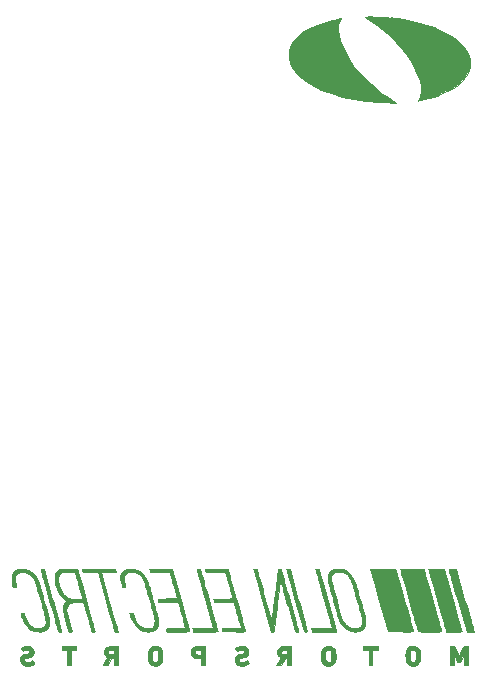
<source format=gbo>
G04 #@! TF.GenerationSoftware,KiCad,Pcbnew,5.0.2-bee76a0~70~ubuntu16.04.1*
G04 #@! TF.CreationDate,2019-04-23T21:35:28-04:00*
G04 #@! TF.ProjectId,BMS_core,424d535f-636f-4726-952e-6b696361645f,rev?*
G04 #@! TF.SameCoordinates,Original*
G04 #@! TF.FileFunction,Legend,Bot*
G04 #@! TF.FilePolarity,Positive*
%FSLAX46Y46*%
G04 Gerber Fmt 4.6, Leading zero omitted, Abs format (unit mm)*
G04 Created by KiCad (PCBNEW 5.0.2-bee76a0~70~ubuntu16.04.1) date Tue 23 Apr 2019 09:35:28 PM EDT*
%MOMM*%
%LPD*%
G01*
G04 APERTURE LIST*
%ADD10C,0.010000*%
G04 APERTURE END LIST*
D10*
G04 #@! TO.C,G\002A\002A\002A*
G36*
X62002125Y-98686668D02*
X61782881Y-98720099D01*
X61603072Y-98785230D01*
X61462147Y-98882426D01*
X61359556Y-99012051D01*
X61300861Y-99152155D01*
X61278775Y-99273205D01*
X61269718Y-99428471D01*
X61273125Y-99603221D01*
X61288430Y-99782724D01*
X61315067Y-99952248D01*
X61334874Y-100037900D01*
X61382128Y-100215700D01*
X61528798Y-100223381D01*
X61610849Y-100226058D01*
X61652861Y-100221020D01*
X61665381Y-100205249D01*
X61661973Y-100185281D01*
X61612793Y-100005385D01*
X61581193Y-99853754D01*
X61564131Y-99712226D01*
X61558598Y-99568000D01*
X61559377Y-99448653D01*
X61565481Y-99364866D01*
X61579564Y-99301468D01*
X61604278Y-99243289D01*
X61620720Y-99212719D01*
X61700359Y-99105978D01*
X61805216Y-99031148D01*
X61942254Y-98984728D01*
X62116981Y-98963294D01*
X62354966Y-98973211D01*
X62571320Y-99029085D01*
X62766049Y-99130919D01*
X62939159Y-99278718D01*
X63090655Y-99472487D01*
X63220546Y-99712229D01*
X63255990Y-99794813D01*
X63276565Y-99853344D01*
X63308846Y-99955330D01*
X63351267Y-100095193D01*
X63402260Y-100267353D01*
X63460258Y-100466233D01*
X63523694Y-100686252D01*
X63591000Y-100921831D01*
X63660608Y-101167392D01*
X63730952Y-101417355D01*
X63800464Y-101666142D01*
X63867577Y-101908172D01*
X63930723Y-102137868D01*
X63988334Y-102349649D01*
X64038845Y-102537938D01*
X64080686Y-102697154D01*
X64112291Y-102821719D01*
X64132093Y-102906054D01*
X64136937Y-102930561D01*
X64157448Y-103145216D01*
X64139788Y-103326697D01*
X64083760Y-103475576D01*
X63989162Y-103592428D01*
X63881000Y-103665611D01*
X63813009Y-103698565D01*
X63754981Y-103718959D01*
X63691860Y-103729194D01*
X63608588Y-103731672D01*
X63490109Y-103728795D01*
X63485830Y-103728650D01*
X63360730Y-103722690D01*
X63269187Y-103712354D01*
X63193965Y-103693927D01*
X63117826Y-103663693D01*
X63062700Y-103637439D01*
X62881376Y-103520516D01*
X62717365Y-103358079D01*
X62572777Y-103153088D01*
X62449724Y-102908501D01*
X62356359Y-102647750D01*
X62301253Y-102463600D01*
X62164027Y-102463600D01*
X62088292Y-102467464D01*
X62038453Y-102477416D01*
X62026800Y-102486709D01*
X62036344Y-102537867D01*
X62062149Y-102624127D01*
X62099971Y-102734109D01*
X62145570Y-102856436D01*
X62194703Y-102979729D01*
X62243129Y-103092610D01*
X62286606Y-103183700D01*
X62286724Y-103183927D01*
X62380289Y-103336512D01*
X62500182Y-103490543D01*
X62635590Y-103634796D01*
X62775698Y-103758050D01*
X62909693Y-103849082D01*
X62945647Y-103867748D01*
X63163290Y-103949056D01*
X63398283Y-103997381D01*
X63635486Y-104011122D01*
X63859760Y-103988675D01*
X63931800Y-103972135D01*
X64105544Y-103904138D01*
X64241760Y-103802424D01*
X64342881Y-103664641D01*
X64403443Y-103516133D01*
X64427856Y-103390527D01*
X64438230Y-103234011D01*
X64434309Y-103064567D01*
X64415836Y-102900182D01*
X64412514Y-102881014D01*
X64398416Y-102817692D01*
X64371626Y-102711244D01*
X64333739Y-102567294D01*
X64286347Y-102391467D01*
X64231045Y-102189387D01*
X64169427Y-101966677D01*
X64103085Y-101728963D01*
X64033615Y-101481868D01*
X63962609Y-101231017D01*
X63891661Y-100982034D01*
X63822366Y-100740542D01*
X63756317Y-100512167D01*
X63695107Y-100302532D01*
X63640331Y-100117262D01*
X63593582Y-99961981D01*
X63556454Y-99842312D01*
X63530540Y-99763881D01*
X63524640Y-99747795D01*
X63396280Y-99473359D01*
X63238684Y-99236699D01*
X63054408Y-99039597D01*
X62846013Y-98883836D01*
X62616055Y-98771200D01*
X62367094Y-98703471D01*
X62101687Y-98682433D01*
X62002125Y-98686668D01*
X62002125Y-98686668D01*
G37*
X62002125Y-98686668D02*
X61782881Y-98720099D01*
X61603072Y-98785230D01*
X61462147Y-98882426D01*
X61359556Y-99012051D01*
X61300861Y-99152155D01*
X61278775Y-99273205D01*
X61269718Y-99428471D01*
X61273125Y-99603221D01*
X61288430Y-99782724D01*
X61315067Y-99952248D01*
X61334874Y-100037900D01*
X61382128Y-100215700D01*
X61528798Y-100223381D01*
X61610849Y-100226058D01*
X61652861Y-100221020D01*
X61665381Y-100205249D01*
X61661973Y-100185281D01*
X61612793Y-100005385D01*
X61581193Y-99853754D01*
X61564131Y-99712226D01*
X61558598Y-99568000D01*
X61559377Y-99448653D01*
X61565481Y-99364866D01*
X61579564Y-99301468D01*
X61604278Y-99243289D01*
X61620720Y-99212719D01*
X61700359Y-99105978D01*
X61805216Y-99031148D01*
X61942254Y-98984728D01*
X62116981Y-98963294D01*
X62354966Y-98973211D01*
X62571320Y-99029085D01*
X62766049Y-99130919D01*
X62939159Y-99278718D01*
X63090655Y-99472487D01*
X63220546Y-99712229D01*
X63255990Y-99794813D01*
X63276565Y-99853344D01*
X63308846Y-99955330D01*
X63351267Y-100095193D01*
X63402260Y-100267353D01*
X63460258Y-100466233D01*
X63523694Y-100686252D01*
X63591000Y-100921831D01*
X63660608Y-101167392D01*
X63730952Y-101417355D01*
X63800464Y-101666142D01*
X63867577Y-101908172D01*
X63930723Y-102137868D01*
X63988334Y-102349649D01*
X64038845Y-102537938D01*
X64080686Y-102697154D01*
X64112291Y-102821719D01*
X64132093Y-102906054D01*
X64136937Y-102930561D01*
X64157448Y-103145216D01*
X64139788Y-103326697D01*
X64083760Y-103475576D01*
X63989162Y-103592428D01*
X63881000Y-103665611D01*
X63813009Y-103698565D01*
X63754981Y-103718959D01*
X63691860Y-103729194D01*
X63608588Y-103731672D01*
X63490109Y-103728795D01*
X63485830Y-103728650D01*
X63360730Y-103722690D01*
X63269187Y-103712354D01*
X63193965Y-103693927D01*
X63117826Y-103663693D01*
X63062700Y-103637439D01*
X62881376Y-103520516D01*
X62717365Y-103358079D01*
X62572777Y-103153088D01*
X62449724Y-102908501D01*
X62356359Y-102647750D01*
X62301253Y-102463600D01*
X62164027Y-102463600D01*
X62088292Y-102467464D01*
X62038453Y-102477416D01*
X62026800Y-102486709D01*
X62036344Y-102537867D01*
X62062149Y-102624127D01*
X62099971Y-102734109D01*
X62145570Y-102856436D01*
X62194703Y-102979729D01*
X62243129Y-103092610D01*
X62286606Y-103183700D01*
X62286724Y-103183927D01*
X62380289Y-103336512D01*
X62500182Y-103490543D01*
X62635590Y-103634796D01*
X62775698Y-103758050D01*
X62909693Y-103849082D01*
X62945647Y-103867748D01*
X63163290Y-103949056D01*
X63398283Y-103997381D01*
X63635486Y-104011122D01*
X63859760Y-103988675D01*
X63931800Y-103972135D01*
X64105544Y-103904138D01*
X64241760Y-103802424D01*
X64342881Y-103664641D01*
X64403443Y-103516133D01*
X64427856Y-103390527D01*
X64438230Y-103234011D01*
X64434309Y-103064567D01*
X64415836Y-102900182D01*
X64412514Y-102881014D01*
X64398416Y-102817692D01*
X64371626Y-102711244D01*
X64333739Y-102567294D01*
X64286347Y-102391467D01*
X64231045Y-102189387D01*
X64169427Y-101966677D01*
X64103085Y-101728963D01*
X64033615Y-101481868D01*
X63962609Y-101231017D01*
X63891661Y-100982034D01*
X63822366Y-100740542D01*
X63756317Y-100512167D01*
X63695107Y-100302532D01*
X63640331Y-100117262D01*
X63593582Y-99961981D01*
X63556454Y-99842312D01*
X63530540Y-99763881D01*
X63524640Y-99747795D01*
X63396280Y-99473359D01*
X63238684Y-99236699D01*
X63054408Y-99039597D01*
X62846013Y-98883836D01*
X62616055Y-98771200D01*
X62367094Y-98703471D01*
X62101687Y-98682433D01*
X62002125Y-98686668D01*
G36*
X63738056Y-98693023D02*
X63728600Y-98712243D01*
X63735353Y-98741120D01*
X63755009Y-98815637D01*
X63786667Y-98932547D01*
X63829425Y-99088601D01*
X63882382Y-99280552D01*
X63944636Y-99505151D01*
X64015284Y-99759152D01*
X64093426Y-100039305D01*
X64178159Y-100342363D01*
X64268581Y-100665079D01*
X64363792Y-101004204D01*
X64453578Y-101323420D01*
X64552585Y-101675174D01*
X64647871Y-102013814D01*
X64738512Y-102336055D01*
X64823585Y-102638615D01*
X64902169Y-102918208D01*
X64973341Y-103171550D01*
X65036179Y-103395357D01*
X65089759Y-103586344D01*
X65133161Y-103741227D01*
X65165460Y-103856722D01*
X65185736Y-103929545D01*
X65192931Y-103955850D01*
X65207168Y-103989016D01*
X65237415Y-104006181D01*
X65297320Y-104012405D01*
X65347008Y-104013000D01*
X65426439Y-104011560D01*
X65466070Y-104003879D01*
X65476890Y-103984917D01*
X65471555Y-103955850D01*
X65462731Y-103924061D01*
X65441052Y-103846641D01*
X65407435Y-103726855D01*
X65362800Y-103567968D01*
X65308065Y-103373246D01*
X65244148Y-103145953D01*
X65171967Y-102889356D01*
X65092442Y-102606719D01*
X65006489Y-102301308D01*
X64915029Y-101976389D01*
X64818979Y-101635226D01*
X64723232Y-101295200D01*
X63990062Y-98691700D01*
X63859331Y-98684022D01*
X63778421Y-98682871D01*
X63738056Y-98693023D01*
X63738056Y-98693023D01*
G37*
X63738056Y-98693023D02*
X63728600Y-98712243D01*
X63735353Y-98741120D01*
X63755009Y-98815637D01*
X63786667Y-98932547D01*
X63829425Y-99088601D01*
X63882382Y-99280552D01*
X63944636Y-99505151D01*
X64015284Y-99759152D01*
X64093426Y-100039305D01*
X64178159Y-100342363D01*
X64268581Y-100665079D01*
X64363792Y-101004204D01*
X64453578Y-101323420D01*
X64552585Y-101675174D01*
X64647871Y-102013814D01*
X64738512Y-102336055D01*
X64823585Y-102638615D01*
X64902169Y-102918208D01*
X64973341Y-103171550D01*
X65036179Y-103395357D01*
X65089759Y-103586344D01*
X65133161Y-103741227D01*
X65165460Y-103856722D01*
X65185736Y-103929545D01*
X65192931Y-103955850D01*
X65207168Y-103989016D01*
X65237415Y-104006181D01*
X65297320Y-104012405D01*
X65347008Y-104013000D01*
X65426439Y-104011560D01*
X65466070Y-104003879D01*
X65476890Y-103984917D01*
X65471555Y-103955850D01*
X65462731Y-103924061D01*
X65441052Y-103846641D01*
X65407435Y-103726855D01*
X65362800Y-103567968D01*
X65308065Y-103373246D01*
X65244148Y-103145953D01*
X65171967Y-102889356D01*
X65092442Y-102606719D01*
X65006489Y-102301308D01*
X64915029Y-101976389D01*
X64818979Y-101635226D01*
X64723232Y-101295200D01*
X63990062Y-98691700D01*
X63859331Y-98684022D01*
X63778421Y-98682871D01*
X63738056Y-98693023D01*
G36*
X66329454Y-98682894D02*
X66149796Y-98684931D01*
X66147950Y-98684957D01*
X65935220Y-98688439D01*
X65766739Y-98692453D01*
X65635960Y-98697442D01*
X65536334Y-98703850D01*
X65461309Y-98712122D01*
X65404339Y-98722701D01*
X65358872Y-98736030D01*
X65350812Y-98738979D01*
X65193779Y-98823144D01*
X65064105Y-98943131D01*
X64972059Y-99089420D01*
X64971513Y-99090645D01*
X64930915Y-99227870D01*
X64912135Y-99400169D01*
X64915057Y-99596793D01*
X64939560Y-99806997D01*
X64981651Y-100005406D01*
X65088510Y-100349495D01*
X65217547Y-100647903D01*
X65368783Y-100900661D01*
X65542236Y-101107802D01*
X65737927Y-101269358D01*
X65811400Y-101314980D01*
X65877100Y-101352665D01*
X65921428Y-101378201D01*
X65932099Y-101384435D01*
X65919590Y-101403231D01*
X65880623Y-101448077D01*
X65833295Y-101499020D01*
X65742927Y-101604892D01*
X65681509Y-101707875D01*
X65644361Y-101821573D01*
X65626802Y-101959593D01*
X65623798Y-102108000D01*
X65625054Y-102184512D01*
X65628286Y-102253147D01*
X65634964Y-102320773D01*
X65646558Y-102394256D01*
X65664536Y-102480463D01*
X65690368Y-102586260D01*
X65725521Y-102718514D01*
X65771467Y-102884093D01*
X65829673Y-103089862D01*
X65846600Y-103149400D01*
X65901106Y-103340909D01*
X65951564Y-103517998D01*
X65996187Y-103674403D01*
X66033187Y-103803864D01*
X66060773Y-103900119D01*
X66077158Y-103956906D01*
X66080594Y-103968550D01*
X66099996Y-103995452D01*
X66145014Y-104009078D01*
X66227811Y-104012994D01*
X66232212Y-104013000D01*
X66308203Y-104011037D01*
X66358321Y-104005982D01*
X66370200Y-104001210D01*
X66363570Y-103974767D01*
X66344781Y-103905399D01*
X66315486Y-103799066D01*
X66277337Y-103661729D01*
X66231989Y-103499348D01*
X66181094Y-103317886D01*
X66154138Y-103222060D01*
X66099298Y-103025240D01*
X66047995Y-102837230D01*
X66002179Y-102665480D01*
X65963803Y-102517443D01*
X65934817Y-102400569D01*
X65917172Y-102322309D01*
X65913904Y-102304599D01*
X65902758Y-102109565D01*
X65935417Y-101938653D01*
X66011205Y-101793344D01*
X66129446Y-101675117D01*
X66229673Y-101613018D01*
X66282850Y-101586459D01*
X66329467Y-101566754D01*
X66378341Y-101552720D01*
X66438287Y-101543177D01*
X66518120Y-101536943D01*
X66626655Y-101532838D01*
X66772709Y-101529681D01*
X66863689Y-101528068D01*
X67348100Y-101519637D01*
X67651306Y-102607568D01*
X67716212Y-102840215D01*
X67778519Y-103063086D01*
X67836563Y-103270265D01*
X67888682Y-103455836D01*
X67933213Y-103613883D01*
X67968492Y-103738489D01*
X67992856Y-103823740D01*
X68001756Y-103854250D01*
X68049001Y-104013000D01*
X68174801Y-104013000D01*
X68254850Y-104008660D01*
X68293488Y-103993909D01*
X68300600Y-103975794D01*
X68293849Y-103946773D01*
X68274190Y-103872085D01*
X68242518Y-103754954D01*
X68199727Y-103598601D01*
X68146712Y-103406251D01*
X68084367Y-103181126D01*
X68013585Y-102926448D01*
X67935262Y-102645441D01*
X67850291Y-102341327D01*
X67759566Y-102017329D01*
X67663982Y-101676670D01*
X67564433Y-101322573D01*
X67564000Y-101321036D01*
X67539020Y-101232232D01*
X67259200Y-101232232D01*
X67235173Y-101236219D01*
X67168582Y-101239658D01*
X67067661Y-101242317D01*
X66940645Y-101243965D01*
X66826065Y-101244400D01*
X66611256Y-101241861D01*
X66439840Y-101233930D01*
X66304644Y-101220133D01*
X66215326Y-101204005D01*
X66012571Y-101135591D01*
X65831796Y-101026787D01*
X65671845Y-100876144D01*
X65531563Y-100682211D01*
X65409794Y-100443539D01*
X65305383Y-100158676D01*
X65261606Y-100007032D01*
X65208028Y-99756196D01*
X65190911Y-99540626D01*
X65210274Y-99360193D01*
X65266135Y-99214772D01*
X65358512Y-99104234D01*
X65399152Y-99073975D01*
X65466201Y-99035576D01*
X65540457Y-99006482D01*
X65629862Y-98985512D01*
X65742363Y-98971482D01*
X65885902Y-98963210D01*
X66068425Y-98959515D01*
X66171639Y-98959020D01*
X66333802Y-98959210D01*
X66452251Y-98960741D01*
X66534067Y-98964285D01*
X66586330Y-98970512D01*
X66616121Y-98980092D01*
X66630522Y-98993697D01*
X66634360Y-99002850D01*
X66647274Y-99047062D01*
X66671454Y-99131721D01*
X66705234Y-99250879D01*
X66746946Y-99398586D01*
X66794922Y-99568891D01*
X66847496Y-99755846D01*
X66902998Y-99953500D01*
X66959762Y-100155904D01*
X67016121Y-100357109D01*
X67070406Y-100551165D01*
X67120951Y-100732122D01*
X67166087Y-100894031D01*
X67204147Y-101030942D01*
X67233464Y-101136905D01*
X67252371Y-101205972D01*
X67259199Y-101232191D01*
X67259200Y-101232232D01*
X67539020Y-101232232D01*
X67464526Y-100967417D01*
X67369004Y-100627599D01*
X67278327Y-100304769D01*
X67193387Y-100002113D01*
X67115075Y-99722816D01*
X67044284Y-99470065D01*
X66981905Y-99247045D01*
X66928830Y-99056943D01*
X66885950Y-98902945D01*
X66854158Y-98788236D01*
X66834344Y-98716004D01*
X66827402Y-98689433D01*
X66827400Y-98689398D01*
X66803101Y-98686016D01*
X66734583Y-98683631D01*
X66628420Y-98682287D01*
X66491186Y-98682027D01*
X66329454Y-98682894D01*
X66329454Y-98682894D01*
G37*
X66329454Y-98682894D02*
X66149796Y-98684931D01*
X66147950Y-98684957D01*
X65935220Y-98688439D01*
X65766739Y-98692453D01*
X65635960Y-98697442D01*
X65536334Y-98703850D01*
X65461309Y-98712122D01*
X65404339Y-98722701D01*
X65358872Y-98736030D01*
X65350812Y-98738979D01*
X65193779Y-98823144D01*
X65064105Y-98943131D01*
X64972059Y-99089420D01*
X64971513Y-99090645D01*
X64930915Y-99227870D01*
X64912135Y-99400169D01*
X64915057Y-99596793D01*
X64939560Y-99806997D01*
X64981651Y-100005406D01*
X65088510Y-100349495D01*
X65217547Y-100647903D01*
X65368783Y-100900661D01*
X65542236Y-101107802D01*
X65737927Y-101269358D01*
X65811400Y-101314980D01*
X65877100Y-101352665D01*
X65921428Y-101378201D01*
X65932099Y-101384435D01*
X65919590Y-101403231D01*
X65880623Y-101448077D01*
X65833295Y-101499020D01*
X65742927Y-101604892D01*
X65681509Y-101707875D01*
X65644361Y-101821573D01*
X65626802Y-101959593D01*
X65623798Y-102108000D01*
X65625054Y-102184512D01*
X65628286Y-102253147D01*
X65634964Y-102320773D01*
X65646558Y-102394256D01*
X65664536Y-102480463D01*
X65690368Y-102586260D01*
X65725521Y-102718514D01*
X65771467Y-102884093D01*
X65829673Y-103089862D01*
X65846600Y-103149400D01*
X65901106Y-103340909D01*
X65951564Y-103517998D01*
X65996187Y-103674403D01*
X66033187Y-103803864D01*
X66060773Y-103900119D01*
X66077158Y-103956906D01*
X66080594Y-103968550D01*
X66099996Y-103995452D01*
X66145014Y-104009078D01*
X66227811Y-104012994D01*
X66232212Y-104013000D01*
X66308203Y-104011037D01*
X66358321Y-104005982D01*
X66370200Y-104001210D01*
X66363570Y-103974767D01*
X66344781Y-103905399D01*
X66315486Y-103799066D01*
X66277337Y-103661729D01*
X66231989Y-103499348D01*
X66181094Y-103317886D01*
X66154138Y-103222060D01*
X66099298Y-103025240D01*
X66047995Y-102837230D01*
X66002179Y-102665480D01*
X65963803Y-102517443D01*
X65934817Y-102400569D01*
X65917172Y-102322309D01*
X65913904Y-102304599D01*
X65902758Y-102109565D01*
X65935417Y-101938653D01*
X66011205Y-101793344D01*
X66129446Y-101675117D01*
X66229673Y-101613018D01*
X66282850Y-101586459D01*
X66329467Y-101566754D01*
X66378341Y-101552720D01*
X66438287Y-101543177D01*
X66518120Y-101536943D01*
X66626655Y-101532838D01*
X66772709Y-101529681D01*
X66863689Y-101528068D01*
X67348100Y-101519637D01*
X67651306Y-102607568D01*
X67716212Y-102840215D01*
X67778519Y-103063086D01*
X67836563Y-103270265D01*
X67888682Y-103455836D01*
X67933213Y-103613883D01*
X67968492Y-103738489D01*
X67992856Y-103823740D01*
X68001756Y-103854250D01*
X68049001Y-104013000D01*
X68174801Y-104013000D01*
X68254850Y-104008660D01*
X68293488Y-103993909D01*
X68300600Y-103975794D01*
X68293849Y-103946773D01*
X68274190Y-103872085D01*
X68242518Y-103754954D01*
X68199727Y-103598601D01*
X68146712Y-103406251D01*
X68084367Y-103181126D01*
X68013585Y-102926448D01*
X67935262Y-102645441D01*
X67850291Y-102341327D01*
X67759566Y-102017329D01*
X67663982Y-101676670D01*
X67564433Y-101322573D01*
X67564000Y-101321036D01*
X67539020Y-101232232D01*
X67259200Y-101232232D01*
X67235173Y-101236219D01*
X67168582Y-101239658D01*
X67067661Y-101242317D01*
X66940645Y-101243965D01*
X66826065Y-101244400D01*
X66611256Y-101241861D01*
X66439840Y-101233930D01*
X66304644Y-101220133D01*
X66215326Y-101204005D01*
X66012571Y-101135591D01*
X65831796Y-101026787D01*
X65671845Y-100876144D01*
X65531563Y-100682211D01*
X65409794Y-100443539D01*
X65305383Y-100158676D01*
X65261606Y-100007032D01*
X65208028Y-99756196D01*
X65190911Y-99540626D01*
X65210274Y-99360193D01*
X65266135Y-99214772D01*
X65358512Y-99104234D01*
X65399152Y-99073975D01*
X65466201Y-99035576D01*
X65540457Y-99006482D01*
X65629862Y-98985512D01*
X65742363Y-98971482D01*
X65885902Y-98963210D01*
X66068425Y-98959515D01*
X66171639Y-98959020D01*
X66333802Y-98959210D01*
X66452251Y-98960741D01*
X66534067Y-98964285D01*
X66586330Y-98970512D01*
X66616121Y-98980092D01*
X66630522Y-98993697D01*
X66634360Y-99002850D01*
X66647274Y-99047062D01*
X66671454Y-99131721D01*
X66705234Y-99250879D01*
X66746946Y-99398586D01*
X66794922Y-99568891D01*
X66847496Y-99755846D01*
X66902998Y-99953500D01*
X66959762Y-100155904D01*
X67016121Y-100357109D01*
X67070406Y-100551165D01*
X67120951Y-100732122D01*
X67166087Y-100894031D01*
X67204147Y-101030942D01*
X67233464Y-101136905D01*
X67252371Y-101205972D01*
X67259199Y-101232191D01*
X67259200Y-101232232D01*
X67539020Y-101232232D01*
X67464526Y-100967417D01*
X67369004Y-100627599D01*
X67278327Y-100304769D01*
X67193387Y-100002113D01*
X67115075Y-99722816D01*
X67044284Y-99470065D01*
X66981905Y-99247045D01*
X66928830Y-99056943D01*
X66885950Y-98902945D01*
X66854158Y-98788236D01*
X66834344Y-98716004D01*
X66827402Y-98689433D01*
X66827400Y-98689398D01*
X66803101Y-98686016D01*
X66734583Y-98683631D01*
X66628420Y-98682287D01*
X66491186Y-98682027D01*
X66329454Y-98682894D01*
G36*
X68354902Y-98679141D02*
X68108538Y-98679548D01*
X67882595Y-98680194D01*
X67681639Y-98681054D01*
X67510238Y-98682100D01*
X67372956Y-98683307D01*
X67274360Y-98684648D01*
X67219017Y-98686097D01*
X67208400Y-98687089D01*
X67215015Y-98713859D01*
X67232025Y-98774075D01*
X67247356Y-98826355D01*
X67286311Y-98957531D01*
X67924547Y-98964315D01*
X68562783Y-98971100D01*
X69252857Y-101422200D01*
X69349518Y-101765607D01*
X69442499Y-102096087D01*
X69530848Y-102410246D01*
X69613611Y-102704688D01*
X69689837Y-102976021D01*
X69758572Y-103220850D01*
X69818863Y-103435779D01*
X69869759Y-103617416D01*
X69910305Y-103762365D01*
X69939551Y-103867233D01*
X69956542Y-103928625D01*
X69960450Y-103943150D01*
X69974419Y-103983354D01*
X69999696Y-104004179D01*
X70050459Y-104011944D01*
X70117184Y-104013000D01*
X70193493Y-104011952D01*
X70243921Y-104009251D01*
X70256076Y-104006650D01*
X70249295Y-103981851D01*
X70229650Y-103911395D01*
X70198050Y-103798518D01*
X70155406Y-103646459D01*
X70102628Y-103458456D01*
X70040625Y-103237748D01*
X69970308Y-102987574D01*
X69892585Y-102711171D01*
X69808369Y-102411777D01*
X69718567Y-102092632D01*
X69624091Y-101756973D01*
X69547717Y-101485700D01*
X68839683Y-98971100D01*
X69474390Y-98964308D01*
X69673077Y-98961805D01*
X69826277Y-98958826D01*
X69939306Y-98955007D01*
X70017477Y-98949978D01*
X70066104Y-98943374D01*
X70090500Y-98934829D01*
X70095980Y-98923974D01*
X70095255Y-98921447D01*
X70080102Y-98874908D01*
X70059499Y-98803676D01*
X70053628Y-98782188D01*
X70025842Y-98679000D01*
X68617121Y-98679000D01*
X68354902Y-98679141D01*
X68354902Y-98679141D01*
G37*
X68354902Y-98679141D02*
X68108538Y-98679548D01*
X67882595Y-98680194D01*
X67681639Y-98681054D01*
X67510238Y-98682100D01*
X67372956Y-98683307D01*
X67274360Y-98684648D01*
X67219017Y-98686097D01*
X67208400Y-98687089D01*
X67215015Y-98713859D01*
X67232025Y-98774075D01*
X67247356Y-98826355D01*
X67286311Y-98957531D01*
X67924547Y-98964315D01*
X68562783Y-98971100D01*
X69252857Y-101422200D01*
X69349518Y-101765607D01*
X69442499Y-102096087D01*
X69530848Y-102410246D01*
X69613611Y-102704688D01*
X69689837Y-102976021D01*
X69758572Y-103220850D01*
X69818863Y-103435779D01*
X69869759Y-103617416D01*
X69910305Y-103762365D01*
X69939551Y-103867233D01*
X69956542Y-103928625D01*
X69960450Y-103943150D01*
X69974419Y-103983354D01*
X69999696Y-104004179D01*
X70050459Y-104011944D01*
X70117184Y-104013000D01*
X70193493Y-104011952D01*
X70243921Y-104009251D01*
X70256076Y-104006650D01*
X70249295Y-103981851D01*
X70229650Y-103911395D01*
X70198050Y-103798518D01*
X70155406Y-103646459D01*
X70102628Y-103458456D01*
X70040625Y-103237748D01*
X69970308Y-102987574D01*
X69892585Y-102711171D01*
X69808369Y-102411777D01*
X69718567Y-102092632D01*
X69624091Y-101756973D01*
X69547717Y-101485700D01*
X68839683Y-98971100D01*
X69474390Y-98964308D01*
X69673077Y-98961805D01*
X69826277Y-98958826D01*
X69939306Y-98955007D01*
X70017477Y-98949978D01*
X70066104Y-98943374D01*
X70090500Y-98934829D01*
X70095980Y-98923974D01*
X70095255Y-98921447D01*
X70080102Y-98874908D01*
X70059499Y-98803676D01*
X70053628Y-98782188D01*
X70025842Y-98679000D01*
X68617121Y-98679000D01*
X68354902Y-98679141D01*
G36*
X71204176Y-98692981D02*
X71110276Y-98696266D01*
X71040163Y-98704937D01*
X70980332Y-98721319D01*
X70917280Y-98747735D01*
X70862685Y-98774084D01*
X70712944Y-98872367D01*
X70600640Y-99001779D01*
X70525618Y-99163038D01*
X70487721Y-99356860D01*
X70486795Y-99583964D01*
X70522682Y-99845067D01*
X70578733Y-100082350D01*
X70618695Y-100228400D01*
X70755048Y-100228400D01*
X70830521Y-100225906D01*
X70880037Y-100219487D01*
X70891400Y-100213581D01*
X70885614Y-100183583D01*
X70870266Y-100117297D01*
X70848378Y-100027653D01*
X70842470Y-100004031D01*
X70793153Y-99772746D01*
X70772028Y-99578830D01*
X70779593Y-99417069D01*
X70816343Y-99282246D01*
X70882776Y-99169145D01*
X70926668Y-99119721D01*
X71017396Y-99043886D01*
X71117160Y-98994319D01*
X71237169Y-98967900D01*
X71388634Y-98961510D01*
X71482635Y-98965017D01*
X71610960Y-98975745D01*
X71709868Y-98994490D01*
X71800657Y-99026311D01*
X71863635Y-99055530D01*
X72045452Y-99172674D01*
X72210233Y-99334458D01*
X72354474Y-99536554D01*
X72474672Y-99774637D01*
X72502441Y-99844246D01*
X72521455Y-99900936D01*
X72552344Y-100000909D01*
X72593497Y-100138470D01*
X72643303Y-100307924D01*
X72700150Y-100503577D01*
X72762426Y-100719735D01*
X72828520Y-100950703D01*
X72896822Y-101190786D01*
X72965718Y-101434290D01*
X73033598Y-101675521D01*
X73098850Y-101908784D01*
X73159863Y-102128385D01*
X73215026Y-102328629D01*
X73262726Y-102503821D01*
X73301352Y-102648267D01*
X73329294Y-102756273D01*
X73344315Y-102819200D01*
X73363992Y-102936459D01*
X73376978Y-103062626D01*
X73380018Y-103136700D01*
X73364438Y-103324149D01*
X73315785Y-103474340D01*
X73232409Y-103588824D01*
X73112659Y-103669153D01*
X72954885Y-103716878D01*
X72757435Y-103733552D01*
X72745052Y-103733600D01*
X72515191Y-103711551D01*
X72307359Y-103645099D01*
X72121051Y-103533782D01*
X71955760Y-103377141D01*
X71810979Y-103174715D01*
X71686204Y-102926043D01*
X71600029Y-102692200D01*
X71530708Y-102476300D01*
X71388854Y-102468682D01*
X71311741Y-102466430D01*
X71260222Y-102468543D01*
X71247000Y-102472741D01*
X71254376Y-102500353D01*
X71274231Y-102565229D01*
X71303153Y-102656383D01*
X71324267Y-102721659D01*
X71447057Y-103040575D01*
X71592959Y-103314259D01*
X71761969Y-103542709D01*
X71954086Y-103725921D01*
X72169307Y-103863895D01*
X72407629Y-103956627D01*
X72669050Y-104004116D01*
X72834500Y-104010910D01*
X72949847Y-104006168D01*
X73062250Y-103994952D01*
X73148630Y-103979613D01*
X73153256Y-103978405D01*
X73330171Y-103907837D01*
X73471270Y-103801279D01*
X73576413Y-103658859D01*
X73622967Y-103554055D01*
X73647060Y-103448632D01*
X73659959Y-103308775D01*
X73661614Y-103149609D01*
X73651978Y-102986262D01*
X73631001Y-102833861D01*
X73625370Y-102805692D01*
X73611482Y-102748484D01*
X73585246Y-102648211D01*
X73548279Y-102510650D01*
X73502203Y-102341579D01*
X73448637Y-102146774D01*
X73389199Y-101932013D01*
X73325510Y-101703074D01*
X73259189Y-101465732D01*
X73191856Y-101225766D01*
X73125130Y-100988952D01*
X73060630Y-100761068D01*
X72999976Y-100547891D01*
X72944787Y-100355197D01*
X72896684Y-100188764D01*
X72857285Y-100054369D01*
X72828210Y-99957790D01*
X72817439Y-99923600D01*
X72700177Y-99625260D01*
X72554872Y-99363778D01*
X72383387Y-99141336D01*
X72187582Y-98960115D01*
X71969321Y-98822296D01*
X71823987Y-98759763D01*
X71734568Y-98730121D01*
X71653152Y-98710709D01*
X71564301Y-98699411D01*
X71452577Y-98694109D01*
X71335366Y-98692759D01*
X71204176Y-98692981D01*
X71204176Y-98692981D01*
G37*
X71204176Y-98692981D02*
X71110276Y-98696266D01*
X71040163Y-98704937D01*
X70980332Y-98721319D01*
X70917280Y-98747735D01*
X70862685Y-98774084D01*
X70712944Y-98872367D01*
X70600640Y-99001779D01*
X70525618Y-99163038D01*
X70487721Y-99356860D01*
X70486795Y-99583964D01*
X70522682Y-99845067D01*
X70578733Y-100082350D01*
X70618695Y-100228400D01*
X70755048Y-100228400D01*
X70830521Y-100225906D01*
X70880037Y-100219487D01*
X70891400Y-100213581D01*
X70885614Y-100183583D01*
X70870266Y-100117297D01*
X70848378Y-100027653D01*
X70842470Y-100004031D01*
X70793153Y-99772746D01*
X70772028Y-99578830D01*
X70779593Y-99417069D01*
X70816343Y-99282246D01*
X70882776Y-99169145D01*
X70926668Y-99119721D01*
X71017396Y-99043886D01*
X71117160Y-98994319D01*
X71237169Y-98967900D01*
X71388634Y-98961510D01*
X71482635Y-98965017D01*
X71610960Y-98975745D01*
X71709868Y-98994490D01*
X71800657Y-99026311D01*
X71863635Y-99055530D01*
X72045452Y-99172674D01*
X72210233Y-99334458D01*
X72354474Y-99536554D01*
X72474672Y-99774637D01*
X72502441Y-99844246D01*
X72521455Y-99900936D01*
X72552344Y-100000909D01*
X72593497Y-100138470D01*
X72643303Y-100307924D01*
X72700150Y-100503577D01*
X72762426Y-100719735D01*
X72828520Y-100950703D01*
X72896822Y-101190786D01*
X72965718Y-101434290D01*
X73033598Y-101675521D01*
X73098850Y-101908784D01*
X73159863Y-102128385D01*
X73215026Y-102328629D01*
X73262726Y-102503821D01*
X73301352Y-102648267D01*
X73329294Y-102756273D01*
X73344315Y-102819200D01*
X73363992Y-102936459D01*
X73376978Y-103062626D01*
X73380018Y-103136700D01*
X73364438Y-103324149D01*
X73315785Y-103474340D01*
X73232409Y-103588824D01*
X73112659Y-103669153D01*
X72954885Y-103716878D01*
X72757435Y-103733552D01*
X72745052Y-103733600D01*
X72515191Y-103711551D01*
X72307359Y-103645099D01*
X72121051Y-103533782D01*
X71955760Y-103377141D01*
X71810979Y-103174715D01*
X71686204Y-102926043D01*
X71600029Y-102692200D01*
X71530708Y-102476300D01*
X71388854Y-102468682D01*
X71311741Y-102466430D01*
X71260222Y-102468543D01*
X71247000Y-102472741D01*
X71254376Y-102500353D01*
X71274231Y-102565229D01*
X71303153Y-102656383D01*
X71324267Y-102721659D01*
X71447057Y-103040575D01*
X71592959Y-103314259D01*
X71761969Y-103542709D01*
X71954086Y-103725921D01*
X72169307Y-103863895D01*
X72407629Y-103956627D01*
X72669050Y-104004116D01*
X72834500Y-104010910D01*
X72949847Y-104006168D01*
X73062250Y-103994952D01*
X73148630Y-103979613D01*
X73153256Y-103978405D01*
X73330171Y-103907837D01*
X73471270Y-103801279D01*
X73576413Y-103658859D01*
X73622967Y-103554055D01*
X73647060Y-103448632D01*
X73659959Y-103308775D01*
X73661614Y-103149609D01*
X73651978Y-102986262D01*
X73631001Y-102833861D01*
X73625370Y-102805692D01*
X73611482Y-102748484D01*
X73585246Y-102648211D01*
X73548279Y-102510650D01*
X73502203Y-102341579D01*
X73448637Y-102146774D01*
X73389199Y-101932013D01*
X73325510Y-101703074D01*
X73259189Y-101465732D01*
X73191856Y-101225766D01*
X73125130Y-100988952D01*
X73060630Y-100761068D01*
X72999976Y-100547891D01*
X72944787Y-100355197D01*
X72896684Y-100188764D01*
X72857285Y-100054369D01*
X72828210Y-99957790D01*
X72817439Y-99923600D01*
X72700177Y-99625260D01*
X72554872Y-99363778D01*
X72383387Y-99141336D01*
X72187582Y-98960115D01*
X71969321Y-98822296D01*
X71823987Y-98759763D01*
X71734568Y-98730121D01*
X71653152Y-98710709D01*
X71564301Y-98699411D01*
X71452577Y-98694109D01*
X71335366Y-98692759D01*
X71204176Y-98692981D01*
G36*
X73604475Y-98679609D02*
X73374715Y-98681459D01*
X73193399Y-98684582D01*
X73059359Y-98689011D01*
X72971424Y-98694779D01*
X72928424Y-98701918D01*
X72923400Y-98705852D01*
X72929229Y-98745243D01*
X72943922Y-98813143D01*
X72951816Y-98845552D01*
X72980231Y-98958399D01*
X73814932Y-98958400D01*
X74649633Y-98958400D01*
X74667105Y-99028250D01*
X74677560Y-99067006D01*
X74700300Y-99149217D01*
X74733803Y-99269450D01*
X74776548Y-99422270D01*
X74827015Y-99602246D01*
X74883682Y-99803943D01*
X74945028Y-100021928D01*
X74981736Y-100152200D01*
X75278895Y-101206300D01*
X74456748Y-101212997D01*
X74208261Y-101215629D01*
X74007999Y-101219143D01*
X73853391Y-101223650D01*
X73741867Y-101229258D01*
X73670858Y-101236079D01*
X73637793Y-101244221D01*
X73634600Y-101248150D01*
X73641460Y-101289257D01*
X73658490Y-101355835D01*
X73664021Y-101374803D01*
X73693442Y-101473000D01*
X75353858Y-101473000D01*
X75502038Y-102000050D01*
X75555612Y-102190576D01*
X75618080Y-102412690D01*
X75684574Y-102649083D01*
X75750224Y-102882443D01*
X75810161Y-103095458D01*
X75818193Y-103124000D01*
X75986168Y-103720900D01*
X75165984Y-103727597D01*
X74903551Y-103730547D01*
X74691750Y-103734701D01*
X74530429Y-103740066D01*
X74419434Y-103746648D01*
X74358612Y-103754454D01*
X74345800Y-103760799D01*
X74351625Y-103799961D01*
X74366310Y-103867706D01*
X74374216Y-103900152D01*
X74402631Y-104013000D01*
X75364816Y-104013000D01*
X75622661Y-104012645D01*
X75833540Y-104011500D01*
X76001282Y-104009437D01*
X76129716Y-104006332D01*
X76222672Y-104002060D01*
X76283979Y-103996496D01*
X76317466Y-103989514D01*
X76327000Y-103981548D01*
X76320254Y-103953329D01*
X76300608Y-103879419D01*
X76268954Y-103763021D01*
X76226180Y-103607338D01*
X76173177Y-103415572D01*
X76110837Y-103190926D01*
X76040047Y-102936603D01*
X75961700Y-102655803D01*
X75876684Y-102351731D01*
X75785891Y-102027589D01*
X75690211Y-101686579D01*
X75590533Y-101331903D01*
X75585651Y-101314548D01*
X74844302Y-98679000D01*
X73883851Y-98679000D01*
X73604475Y-98679609D01*
X73604475Y-98679609D01*
G37*
X73604475Y-98679609D02*
X73374715Y-98681459D01*
X73193399Y-98684582D01*
X73059359Y-98689011D01*
X72971424Y-98694779D01*
X72928424Y-98701918D01*
X72923400Y-98705852D01*
X72929229Y-98745243D01*
X72943922Y-98813143D01*
X72951816Y-98845552D01*
X72980231Y-98958399D01*
X73814932Y-98958400D01*
X74649633Y-98958400D01*
X74667105Y-99028250D01*
X74677560Y-99067006D01*
X74700300Y-99149217D01*
X74733803Y-99269450D01*
X74776548Y-99422270D01*
X74827015Y-99602246D01*
X74883682Y-99803943D01*
X74945028Y-100021928D01*
X74981736Y-100152200D01*
X75278895Y-101206300D01*
X74456748Y-101212997D01*
X74208261Y-101215629D01*
X74007999Y-101219143D01*
X73853391Y-101223650D01*
X73741867Y-101229258D01*
X73670858Y-101236079D01*
X73637793Y-101244221D01*
X73634600Y-101248150D01*
X73641460Y-101289257D01*
X73658490Y-101355835D01*
X73664021Y-101374803D01*
X73693442Y-101473000D01*
X75353858Y-101473000D01*
X75502038Y-102000050D01*
X75555612Y-102190576D01*
X75618080Y-102412690D01*
X75684574Y-102649083D01*
X75750224Y-102882443D01*
X75810161Y-103095458D01*
X75818193Y-103124000D01*
X75986168Y-103720900D01*
X75165984Y-103727597D01*
X74903551Y-103730547D01*
X74691750Y-103734701D01*
X74530429Y-103740066D01*
X74419434Y-103746648D01*
X74358612Y-103754454D01*
X74345800Y-103760799D01*
X74351625Y-103799961D01*
X74366310Y-103867706D01*
X74374216Y-103900152D01*
X74402631Y-104013000D01*
X75364816Y-104013000D01*
X75622661Y-104012645D01*
X75833540Y-104011500D01*
X76001282Y-104009437D01*
X76129716Y-104006332D01*
X76222672Y-104002060D01*
X76283979Y-103996496D01*
X76317466Y-103989514D01*
X76327000Y-103981548D01*
X76320254Y-103953329D01*
X76300608Y-103879419D01*
X76268954Y-103763021D01*
X76226180Y-103607338D01*
X76173177Y-103415572D01*
X76110837Y-103190926D01*
X76040047Y-102936603D01*
X75961700Y-102655803D01*
X75876684Y-102351731D01*
X75785891Y-102027589D01*
X75690211Y-101686579D01*
X75590533Y-101331903D01*
X75585651Y-101314548D01*
X74844302Y-98679000D01*
X73883851Y-98679000D01*
X73604475Y-98679609D01*
G36*
X76998797Y-98682165D02*
X76949048Y-98690322D01*
X76937465Y-98698050D01*
X76944332Y-98724626D01*
X76964082Y-98796826D01*
X76995800Y-98911379D01*
X77038570Y-99065020D01*
X77091477Y-99254479D01*
X77153606Y-99476489D01*
X77224042Y-99727781D01*
X77301870Y-100005089D01*
X77386175Y-100305144D01*
X77476042Y-100624677D01*
X77570554Y-100960422D01*
X77643401Y-101219000D01*
X78348474Y-103720900D01*
X76577108Y-103734254D01*
X76594990Y-103816477D01*
X76614619Y-103893709D01*
X76634408Y-103955850D01*
X76655943Y-104013000D01*
X77686983Y-104013000D01*
X77943051Y-104012894D01*
X78152825Y-104012445D01*
X78320810Y-104011456D01*
X78451511Y-104009731D01*
X78549435Y-104007072D01*
X78619088Y-104003283D01*
X78664973Y-103998166D01*
X78691598Y-103991524D01*
X78703468Y-103983162D01*
X78705087Y-103972881D01*
X78703990Y-103968550D01*
X78695325Y-103938482D01*
X78673833Y-103862771D01*
X78640432Y-103744679D01*
X78596042Y-103587469D01*
X78541582Y-103394402D01*
X78477972Y-103168739D01*
X78406130Y-102913744D01*
X78326976Y-102632677D01*
X78241429Y-102328802D01*
X78150408Y-102005378D01*
X78054833Y-101665670D01*
X77964921Y-101346000D01*
X77866013Y-100994336D01*
X77770831Y-100655997D01*
X77680294Y-100334245D01*
X77595323Y-100032341D01*
X77516834Y-99753548D01*
X77445747Y-99501128D01*
X77382980Y-99278342D01*
X77329454Y-99088451D01*
X77286085Y-98934719D01*
X77253793Y-98820407D01*
X77233497Y-98748776D01*
X77226231Y-98723450D01*
X77206808Y-98696546D01*
X77161766Y-98682919D01*
X77078941Y-98679005D01*
X77074589Y-98679000D01*
X76998797Y-98682165D01*
X76998797Y-98682165D01*
G37*
X76998797Y-98682165D02*
X76949048Y-98690322D01*
X76937465Y-98698050D01*
X76944332Y-98724626D01*
X76964082Y-98796826D01*
X76995800Y-98911379D01*
X77038570Y-99065020D01*
X77091477Y-99254479D01*
X77153606Y-99476489D01*
X77224042Y-99727781D01*
X77301870Y-100005089D01*
X77386175Y-100305144D01*
X77476042Y-100624677D01*
X77570554Y-100960422D01*
X77643401Y-101219000D01*
X78348474Y-103720900D01*
X76577108Y-103734254D01*
X76594990Y-103816477D01*
X76614619Y-103893709D01*
X76634408Y-103955850D01*
X76655943Y-104013000D01*
X77686983Y-104013000D01*
X77943051Y-104012894D01*
X78152825Y-104012445D01*
X78320810Y-104011456D01*
X78451511Y-104009731D01*
X78549435Y-104007072D01*
X78619088Y-104003283D01*
X78664973Y-103998166D01*
X78691598Y-103991524D01*
X78703468Y-103983162D01*
X78705087Y-103972881D01*
X78703990Y-103968550D01*
X78695325Y-103938482D01*
X78673833Y-103862771D01*
X78640432Y-103744679D01*
X78596042Y-103587469D01*
X78541582Y-103394402D01*
X78477972Y-103168739D01*
X78406130Y-102913744D01*
X78326976Y-102632677D01*
X78241429Y-102328802D01*
X78150408Y-102005378D01*
X78054833Y-101665670D01*
X77964921Y-101346000D01*
X77866013Y-100994336D01*
X77770831Y-100655997D01*
X77680294Y-100334245D01*
X77595323Y-100032341D01*
X77516834Y-99753548D01*
X77445747Y-99501128D01*
X77382980Y-99278342D01*
X77329454Y-99088451D01*
X77286085Y-98934719D01*
X77253793Y-98820407D01*
X77233497Y-98748776D01*
X77226231Y-98723450D01*
X77206808Y-98696546D01*
X77161766Y-98682919D01*
X77078941Y-98679005D01*
X77074589Y-98679000D01*
X76998797Y-98682165D01*
G36*
X78370090Y-98679484D02*
X78171376Y-98680863D01*
X77995009Y-98683029D01*
X77846506Y-98685871D01*
X77731389Y-98689282D01*
X77655174Y-98693151D01*
X77623383Y-98697369D01*
X77622786Y-98698050D01*
X77629756Y-98731936D01*
X77646960Y-98795872D01*
X77657325Y-98831400D01*
X77691479Y-98945700D01*
X78524599Y-98958400D01*
X79357720Y-98971100D01*
X79670193Y-100076000D01*
X79734559Y-100303931D01*
X79794496Y-100516828D01*
X79848617Y-100709715D01*
X79895534Y-100877612D01*
X79933857Y-101015543D01*
X79962200Y-101118529D01*
X79979174Y-101181594D01*
X79983634Y-101199950D01*
X79959467Y-101204540D01*
X79890455Y-101208732D01*
X79782551Y-101212390D01*
X79641710Y-101215374D01*
X79473884Y-101217548D01*
X79285028Y-101218775D01*
X79158617Y-101219000D01*
X78332633Y-101219000D01*
X78349536Y-101288850D01*
X78370451Y-101364216D01*
X78387491Y-101415850D01*
X78408543Y-101473000D01*
X80058649Y-101473000D01*
X80109178Y-101644450D01*
X80127688Y-101708460D01*
X80157962Y-101814614D01*
X80198085Y-101956131D01*
X80246141Y-102126231D01*
X80300215Y-102318134D01*
X80358391Y-102525059D01*
X80415971Y-102730300D01*
X80474372Y-102938589D01*
X80528817Y-103132584D01*
X80577700Y-103306577D01*
X80619415Y-103454860D01*
X80652356Y-103571724D01*
X80674918Y-103651461D01*
X80685493Y-103688362D01*
X80685730Y-103689150D01*
X80686791Y-103701344D01*
X80678432Y-103711086D01*
X80655640Y-103718649D01*
X80613405Y-103724307D01*
X80546717Y-103728332D01*
X80450565Y-103731000D01*
X80319938Y-103732583D01*
X80149825Y-103733356D01*
X79935216Y-103733592D01*
X79872012Y-103733600D01*
X79672826Y-103734162D01*
X79490907Y-103735756D01*
X79332209Y-103738246D01*
X79202687Y-103741494D01*
X79108296Y-103745363D01*
X79054992Y-103749716D01*
X79045186Y-103752650D01*
X79052157Y-103786535D01*
X79069365Y-103850470D01*
X79079734Y-103886000D01*
X79113896Y-104000300D01*
X80084456Y-104006953D01*
X80332124Y-104008542D01*
X80533639Y-104009452D01*
X80693647Y-104009499D01*
X80816793Y-104008498D01*
X80907723Y-104006262D01*
X80971080Y-104002609D01*
X81011512Y-103997352D01*
X81033662Y-103990307D01*
X81042177Y-103981288D01*
X81041700Y-103970111D01*
X81041333Y-103968853D01*
X81032711Y-103938698D01*
X81011285Y-103862922D01*
X80977979Y-103744814D01*
X80933717Y-103587661D01*
X80879425Y-103394753D01*
X80816028Y-103169377D01*
X80744449Y-102914822D01*
X80665615Y-102634377D01*
X80580451Y-102331330D01*
X80489880Y-102008969D01*
X80394827Y-101670582D01*
X80314371Y-101384100D01*
X80216060Y-101034111D01*
X80121263Y-100696824D01*
X80030924Y-100375590D01*
X79945989Y-100073763D01*
X79867405Y-99794697D01*
X79796115Y-99541746D01*
X79733066Y-99318261D01*
X79679203Y-99127598D01*
X79635472Y-98973109D01*
X79602817Y-98858147D01*
X79582185Y-98786067D01*
X79574977Y-98761550D01*
X79548861Y-98679000D01*
X78585631Y-98679000D01*
X78370090Y-98679484D01*
X78370090Y-98679484D01*
G37*
X78370090Y-98679484D02*
X78171376Y-98680863D01*
X77995009Y-98683029D01*
X77846506Y-98685871D01*
X77731389Y-98689282D01*
X77655174Y-98693151D01*
X77623383Y-98697369D01*
X77622786Y-98698050D01*
X77629756Y-98731936D01*
X77646960Y-98795872D01*
X77657325Y-98831400D01*
X77691479Y-98945700D01*
X78524599Y-98958400D01*
X79357720Y-98971100D01*
X79670193Y-100076000D01*
X79734559Y-100303931D01*
X79794496Y-100516828D01*
X79848617Y-100709715D01*
X79895534Y-100877612D01*
X79933857Y-101015543D01*
X79962200Y-101118529D01*
X79979174Y-101181594D01*
X79983634Y-101199950D01*
X79959467Y-101204540D01*
X79890455Y-101208732D01*
X79782551Y-101212390D01*
X79641710Y-101215374D01*
X79473884Y-101217548D01*
X79285028Y-101218775D01*
X79158617Y-101219000D01*
X78332633Y-101219000D01*
X78349536Y-101288850D01*
X78370451Y-101364216D01*
X78387491Y-101415850D01*
X78408543Y-101473000D01*
X80058649Y-101473000D01*
X80109178Y-101644450D01*
X80127688Y-101708460D01*
X80157962Y-101814614D01*
X80198085Y-101956131D01*
X80246141Y-102126231D01*
X80300215Y-102318134D01*
X80358391Y-102525059D01*
X80415971Y-102730300D01*
X80474372Y-102938589D01*
X80528817Y-103132584D01*
X80577700Y-103306577D01*
X80619415Y-103454860D01*
X80652356Y-103571724D01*
X80674918Y-103651461D01*
X80685493Y-103688362D01*
X80685730Y-103689150D01*
X80686791Y-103701344D01*
X80678432Y-103711086D01*
X80655640Y-103718649D01*
X80613405Y-103724307D01*
X80546717Y-103728332D01*
X80450565Y-103731000D01*
X80319938Y-103732583D01*
X80149825Y-103733356D01*
X79935216Y-103733592D01*
X79872012Y-103733600D01*
X79672826Y-103734162D01*
X79490907Y-103735756D01*
X79332209Y-103738246D01*
X79202687Y-103741494D01*
X79108296Y-103745363D01*
X79054992Y-103749716D01*
X79045186Y-103752650D01*
X79052157Y-103786535D01*
X79069365Y-103850470D01*
X79079734Y-103886000D01*
X79113896Y-104000300D01*
X80084456Y-104006953D01*
X80332124Y-104008542D01*
X80533639Y-104009452D01*
X80693647Y-104009499D01*
X80816793Y-104008498D01*
X80907723Y-104006262D01*
X80971080Y-104002609D01*
X81011512Y-103997352D01*
X81033662Y-103990307D01*
X81042177Y-103981288D01*
X81041700Y-103970111D01*
X81041333Y-103968853D01*
X81032711Y-103938698D01*
X81011285Y-103862922D01*
X80977979Y-103744814D01*
X80933717Y-103587661D01*
X80879425Y-103394753D01*
X80816028Y-103169377D01*
X80744449Y-102914822D01*
X80665615Y-102634377D01*
X80580451Y-102331330D01*
X80489880Y-102008969D01*
X80394827Y-101670582D01*
X80314371Y-101384100D01*
X80216060Y-101034111D01*
X80121263Y-100696824D01*
X80030924Y-100375590D01*
X79945989Y-100073763D01*
X79867405Y-99794697D01*
X79796115Y-99541746D01*
X79733066Y-99318261D01*
X79679203Y-99127598D01*
X79635472Y-98973109D01*
X79602817Y-98858147D01*
X79582185Y-98786067D01*
X79574977Y-98761550D01*
X79548861Y-98679000D01*
X78585631Y-98679000D01*
X78370090Y-98679484D01*
G36*
X81868028Y-98679533D02*
X81799263Y-98683422D01*
X81750123Y-98690627D01*
X81736699Y-98698050D01*
X81743361Y-98724573D01*
X81762893Y-98796823D01*
X81794412Y-98911622D01*
X81837031Y-99065796D01*
X81889867Y-99256168D01*
X81952034Y-99479561D01*
X82022647Y-99732800D01*
X82100822Y-100012708D01*
X82185674Y-100316111D01*
X82276317Y-100639830D01*
X82371867Y-100980691D01*
X82471440Y-101335518D01*
X82479649Y-101364754D01*
X83223100Y-104012408D01*
X83343750Y-104012704D01*
X83423866Y-104007623D01*
X83460457Y-103990670D01*
X83464400Y-103978004D01*
X83467427Y-103948054D01*
X83476207Y-103871395D01*
X83490293Y-103751738D01*
X83509238Y-103592794D01*
X83532595Y-103398274D01*
X83559914Y-103171890D01*
X83590750Y-102917352D01*
X83624654Y-102638372D01*
X83661178Y-102338660D01*
X83699875Y-102021928D01*
X83731100Y-101766908D01*
X83771183Y-101439652D01*
X83809471Y-101126629D01*
X83845517Y-100831540D01*
X83878870Y-100558086D01*
X83909079Y-100309967D01*
X83935696Y-100090886D01*
X83958271Y-99904542D01*
X83976354Y-99754638D01*
X83989495Y-99644873D01*
X83997244Y-99578949D01*
X83999256Y-99560353D01*
X84006179Y-99579730D01*
X84025875Y-99644652D01*
X84057381Y-99751757D01*
X84099733Y-99897683D01*
X84151969Y-100079066D01*
X84213126Y-100292545D01*
X84282241Y-100534757D01*
X84358350Y-100802340D01*
X84440492Y-101091931D01*
X84527701Y-101400168D01*
X84619017Y-101723688D01*
X84630690Y-101765100D01*
X85260669Y-104000300D01*
X85406069Y-104007981D01*
X85487629Y-104010659D01*
X85529150Y-104005552D01*
X85541170Y-103989607D01*
X85537530Y-103969881D01*
X85528873Y-103939583D01*
X85507409Y-103863666D01*
X85474065Y-103745420D01*
X85429766Y-103588135D01*
X85375437Y-103395103D01*
X85312003Y-103169611D01*
X85240391Y-102914952D01*
X85161524Y-102634414D01*
X85076330Y-102331289D01*
X84985733Y-102008865D01*
X84890659Y-101670434D01*
X84810235Y-101384100D01*
X84711904Y-101034081D01*
X84617080Y-100696740D01*
X84526708Y-100375434D01*
X84441736Y-100073518D01*
X84363109Y-99794347D01*
X84291774Y-99541277D01*
X84228676Y-99317663D01*
X84174763Y-99126862D01*
X84130979Y-98972228D01*
X84098273Y-98857117D01*
X84077589Y-98784886D01*
X84070342Y-98760256D01*
X84050800Y-98709270D01*
X84023888Y-98686025D01*
X83972779Y-98681597D01*
X83926633Y-98684056D01*
X83809460Y-98691700D01*
X83542634Y-100907749D01*
X83502824Y-101236431D01*
X83464426Y-101549684D01*
X83427901Y-101843975D01*
X83393706Y-102115769D01*
X83362303Y-102361531D01*
X83334152Y-102577726D01*
X83309711Y-102760820D01*
X83289442Y-102907278D01*
X83273802Y-103013566D01*
X83263254Y-103076149D01*
X83258472Y-103092149D01*
X83249714Y-103064582D01*
X83228457Y-102992413D01*
X83195900Y-102879887D01*
X83153241Y-102731249D01*
X83101676Y-102550744D01*
X83042406Y-102342617D01*
X82976627Y-102111113D01*
X82905537Y-101860478D01*
X82830335Y-101594956D01*
X82752219Y-101318793D01*
X82672386Y-101036233D01*
X82592035Y-100751521D01*
X82512364Y-100468904D01*
X82434570Y-100192625D01*
X82359853Y-99926930D01*
X82289409Y-99676064D01*
X82224437Y-99444272D01*
X82166135Y-99235800D01*
X82115700Y-99054891D01*
X82074332Y-98905792D01*
X82043228Y-98792747D01*
X82023585Y-98720002D01*
X82016603Y-98691801D01*
X82016600Y-98691727D01*
X81994243Y-98683289D01*
X81938870Y-98679357D01*
X81868028Y-98679533D01*
X81868028Y-98679533D01*
G37*
X81868028Y-98679533D02*
X81799263Y-98683422D01*
X81750123Y-98690627D01*
X81736699Y-98698050D01*
X81743361Y-98724573D01*
X81762893Y-98796823D01*
X81794412Y-98911622D01*
X81837031Y-99065796D01*
X81889867Y-99256168D01*
X81952034Y-99479561D01*
X82022647Y-99732800D01*
X82100822Y-100012708D01*
X82185674Y-100316111D01*
X82276317Y-100639830D01*
X82371867Y-100980691D01*
X82471440Y-101335518D01*
X82479649Y-101364754D01*
X83223100Y-104012408D01*
X83343750Y-104012704D01*
X83423866Y-104007623D01*
X83460457Y-103990670D01*
X83464400Y-103978004D01*
X83467427Y-103948054D01*
X83476207Y-103871395D01*
X83490293Y-103751738D01*
X83509238Y-103592794D01*
X83532595Y-103398274D01*
X83559914Y-103171890D01*
X83590750Y-102917352D01*
X83624654Y-102638372D01*
X83661178Y-102338660D01*
X83699875Y-102021928D01*
X83731100Y-101766908D01*
X83771183Y-101439652D01*
X83809471Y-101126629D01*
X83845517Y-100831540D01*
X83878870Y-100558086D01*
X83909079Y-100309967D01*
X83935696Y-100090886D01*
X83958271Y-99904542D01*
X83976354Y-99754638D01*
X83989495Y-99644873D01*
X83997244Y-99578949D01*
X83999256Y-99560353D01*
X84006179Y-99579730D01*
X84025875Y-99644652D01*
X84057381Y-99751757D01*
X84099733Y-99897683D01*
X84151969Y-100079066D01*
X84213126Y-100292545D01*
X84282241Y-100534757D01*
X84358350Y-100802340D01*
X84440492Y-101091931D01*
X84527701Y-101400168D01*
X84619017Y-101723688D01*
X84630690Y-101765100D01*
X85260669Y-104000300D01*
X85406069Y-104007981D01*
X85487629Y-104010659D01*
X85529150Y-104005552D01*
X85541170Y-103989607D01*
X85537530Y-103969881D01*
X85528873Y-103939583D01*
X85507409Y-103863666D01*
X85474065Y-103745420D01*
X85429766Y-103588135D01*
X85375437Y-103395103D01*
X85312003Y-103169611D01*
X85240391Y-102914952D01*
X85161524Y-102634414D01*
X85076330Y-102331289D01*
X84985733Y-102008865D01*
X84890659Y-101670434D01*
X84810235Y-101384100D01*
X84711904Y-101034081D01*
X84617080Y-100696740D01*
X84526708Y-100375434D01*
X84441736Y-100073518D01*
X84363109Y-99794347D01*
X84291774Y-99541277D01*
X84228676Y-99317663D01*
X84174763Y-99126862D01*
X84130979Y-98972228D01*
X84098273Y-98857117D01*
X84077589Y-98784886D01*
X84070342Y-98760256D01*
X84050800Y-98709270D01*
X84023888Y-98686025D01*
X83972779Y-98681597D01*
X83926633Y-98684056D01*
X83809460Y-98691700D01*
X83542634Y-100907749D01*
X83502824Y-101236431D01*
X83464426Y-101549684D01*
X83427901Y-101843975D01*
X83393706Y-102115769D01*
X83362303Y-102361531D01*
X83334152Y-102577726D01*
X83309711Y-102760820D01*
X83289442Y-102907278D01*
X83273802Y-103013566D01*
X83263254Y-103076149D01*
X83258472Y-103092149D01*
X83249714Y-103064582D01*
X83228457Y-102992413D01*
X83195900Y-102879887D01*
X83153241Y-102731249D01*
X83101676Y-102550744D01*
X83042406Y-102342617D01*
X82976627Y-102111113D01*
X82905537Y-101860478D01*
X82830335Y-101594956D01*
X82752219Y-101318793D01*
X82672386Y-101036233D01*
X82592035Y-100751521D01*
X82512364Y-100468904D01*
X82434570Y-100192625D01*
X82359853Y-99926930D01*
X82289409Y-99676064D01*
X82224437Y-99444272D01*
X82166135Y-99235800D01*
X82115700Y-99054891D01*
X82074332Y-98905792D01*
X82043228Y-98792747D01*
X82023585Y-98720002D01*
X82016603Y-98691801D01*
X82016600Y-98691727D01*
X81994243Y-98683289D01*
X81938870Y-98679357D01*
X81868028Y-98679533D01*
G36*
X84584532Y-98680236D02*
X84546107Y-98688068D01*
X84536030Y-98709185D01*
X84542793Y-98748849D01*
X84551693Y-98782412D01*
X84573453Y-98861575D01*
X84607151Y-98983043D01*
X84651863Y-99143521D01*
X84706667Y-99339716D01*
X84770641Y-99568331D01*
X84842862Y-99826073D01*
X84922408Y-100109646D01*
X85008355Y-100415756D01*
X85099782Y-100741109D01*
X85195766Y-101082409D01*
X85287821Y-101409500D01*
X86017219Y-104000300D01*
X86150510Y-104007977D01*
X86225042Y-104008768D01*
X86273729Y-104002576D01*
X86284492Y-103995277D01*
X86277853Y-103968573D01*
X86258340Y-103896146D01*
X86226835Y-103781174D01*
X86184225Y-103626836D01*
X86131395Y-103436308D01*
X86069229Y-103212770D01*
X85998611Y-102959398D01*
X85920428Y-102679372D01*
X85835564Y-102375868D01*
X85744904Y-102052065D01*
X85649332Y-101711142D01*
X85549734Y-101356275D01*
X85541542Y-101327104D01*
X84797900Y-98679309D01*
X84662532Y-98679154D01*
X84584532Y-98680236D01*
X84584532Y-98680236D01*
G37*
X84584532Y-98680236D02*
X84546107Y-98688068D01*
X84536030Y-98709185D01*
X84542793Y-98748849D01*
X84551693Y-98782412D01*
X84573453Y-98861575D01*
X84607151Y-98983043D01*
X84651863Y-99143521D01*
X84706667Y-99339716D01*
X84770641Y-99568331D01*
X84842862Y-99826073D01*
X84922408Y-100109646D01*
X85008355Y-100415756D01*
X85099782Y-100741109D01*
X85195766Y-101082409D01*
X85287821Y-101409500D01*
X86017219Y-104000300D01*
X86150510Y-104007977D01*
X86225042Y-104008768D01*
X86273729Y-104002576D01*
X86284492Y-103995277D01*
X86277853Y-103968573D01*
X86258340Y-103896146D01*
X86226835Y-103781174D01*
X86184225Y-103626836D01*
X86131395Y-103436308D01*
X86069229Y-103212770D01*
X85998611Y-102959398D01*
X85920428Y-102679372D01*
X85835564Y-102375868D01*
X85744904Y-102052065D01*
X85649332Y-101711142D01*
X85549734Y-101356275D01*
X85541542Y-101327104D01*
X84797900Y-98679309D01*
X84662532Y-98679154D01*
X84584532Y-98680236D01*
G36*
X87006823Y-98748850D02*
X87016023Y-98782710D01*
X87038033Y-98862060D01*
X87071898Y-98983491D01*
X87116661Y-99143592D01*
X87171367Y-99338954D01*
X87235059Y-99566168D01*
X87306782Y-99821823D01*
X87385580Y-100102512D01*
X87470496Y-100404823D01*
X87560575Y-100725348D01*
X87654860Y-101060677D01*
X87708077Y-101249872D01*
X87803900Y-101590759D01*
X87895733Y-101917954D01*
X87982649Y-102228129D01*
X88063721Y-102517954D01*
X88138023Y-102784100D01*
X88204628Y-103023237D01*
X88262609Y-103232035D01*
X88311040Y-103407166D01*
X88348995Y-103545299D01*
X88375546Y-103643105D01*
X88389767Y-103697256D01*
X88392000Y-103707322D01*
X88367245Y-103715457D01*
X88292827Y-103722080D01*
X88168521Y-103727199D01*
X87994101Y-103730820D01*
X87769340Y-103732950D01*
X87512947Y-103733600D01*
X86633893Y-103733600D01*
X86650575Y-103800063D01*
X86668776Y-103878008D01*
X86681903Y-103939763D01*
X86696550Y-104013000D01*
X88769086Y-104013000D01*
X88721061Y-103841550D01*
X88707528Y-103793352D01*
X88681232Y-103699808D01*
X88643170Y-103564468D01*
X88594344Y-103390887D01*
X88535753Y-103182615D01*
X88468395Y-102943206D01*
X88393272Y-102676212D01*
X88311381Y-102385186D01*
X88223723Y-102073680D01*
X88131297Y-101745247D01*
X88035103Y-101403439D01*
X87973718Y-101185326D01*
X87876846Y-100841020D01*
X87783949Y-100510643D01*
X87695943Y-100197462D01*
X87613744Y-99904741D01*
X87538267Y-99635747D01*
X87470426Y-99393744D01*
X87411136Y-99182000D01*
X87361314Y-99003778D01*
X87321873Y-98862345D01*
X87293729Y-98760966D01*
X87277797Y-98702907D01*
X87274400Y-98689776D01*
X87251397Y-98683922D01*
X87191956Y-98680009D01*
X87131947Y-98679000D01*
X86989493Y-98679000D01*
X87006823Y-98748850D01*
X87006823Y-98748850D01*
G37*
X87006823Y-98748850D02*
X87016023Y-98782710D01*
X87038033Y-98862060D01*
X87071898Y-98983491D01*
X87116661Y-99143592D01*
X87171367Y-99338954D01*
X87235059Y-99566168D01*
X87306782Y-99821823D01*
X87385580Y-100102512D01*
X87470496Y-100404823D01*
X87560575Y-100725348D01*
X87654860Y-101060677D01*
X87708077Y-101249872D01*
X87803900Y-101590759D01*
X87895733Y-101917954D01*
X87982649Y-102228129D01*
X88063721Y-102517954D01*
X88138023Y-102784100D01*
X88204628Y-103023237D01*
X88262609Y-103232035D01*
X88311040Y-103407166D01*
X88348995Y-103545299D01*
X88375546Y-103643105D01*
X88389767Y-103697256D01*
X88392000Y-103707322D01*
X88367245Y-103715457D01*
X88292827Y-103722080D01*
X88168521Y-103727199D01*
X87994101Y-103730820D01*
X87769340Y-103732950D01*
X87512947Y-103733600D01*
X86633893Y-103733600D01*
X86650575Y-103800063D01*
X86668776Y-103878008D01*
X86681903Y-103939763D01*
X86696550Y-104013000D01*
X88769086Y-104013000D01*
X88721061Y-103841550D01*
X88707528Y-103793352D01*
X88681232Y-103699808D01*
X88643170Y-103564468D01*
X88594344Y-103390887D01*
X88535753Y-103182615D01*
X88468395Y-102943206D01*
X88393272Y-102676212D01*
X88311381Y-102385186D01*
X88223723Y-102073680D01*
X88131297Y-101745247D01*
X88035103Y-101403439D01*
X87973718Y-101185326D01*
X87876846Y-100841020D01*
X87783949Y-100510643D01*
X87695943Y-100197462D01*
X87613744Y-99904741D01*
X87538267Y-99635747D01*
X87470426Y-99393744D01*
X87411136Y-99182000D01*
X87361314Y-99003778D01*
X87321873Y-98862345D01*
X87293729Y-98760966D01*
X87277797Y-98702907D01*
X87274400Y-98689776D01*
X87251397Y-98683922D01*
X87191956Y-98680009D01*
X87131947Y-98679000D01*
X86989493Y-98679000D01*
X87006823Y-98748850D01*
G36*
X88752557Y-98685611D02*
X88553583Y-98722765D01*
X88381153Y-98792760D01*
X88239968Y-98893990D01*
X88134726Y-99024847D01*
X88098872Y-99096477D01*
X88065179Y-99215477D01*
X88045729Y-99367672D01*
X88041421Y-99537242D01*
X88053153Y-99708366D01*
X88060955Y-99764084D01*
X88075181Y-99832989D01*
X88102125Y-99944628D01*
X88140215Y-100093449D01*
X88187883Y-100273901D01*
X88243560Y-100480433D01*
X88305676Y-100707494D01*
X88372661Y-100949533D01*
X88442948Y-101200998D01*
X88514965Y-101456340D01*
X88587144Y-101710006D01*
X88657916Y-101956446D01*
X88725710Y-102190108D01*
X88788959Y-102405441D01*
X88846092Y-102596895D01*
X88895540Y-102758918D01*
X88935734Y-102885959D01*
X88965105Y-102972467D01*
X88975808Y-103000130D01*
X89110929Y-103265378D01*
X89274061Y-103494816D01*
X89462101Y-103685552D01*
X89671950Y-103834694D01*
X89900506Y-103939351D01*
X90019964Y-103973889D01*
X90164298Y-103997695D01*
X90328635Y-104008756D01*
X90493522Y-104006945D01*
X90639504Y-103992132D01*
X90704656Y-103978405D01*
X90881481Y-103907768D01*
X91022755Y-103801232D01*
X91127506Y-103659672D01*
X91172802Y-103557212D01*
X91193554Y-103464871D01*
X91206366Y-103337966D01*
X91211003Y-103192144D01*
X91208283Y-103084717D01*
X90930777Y-103084717D01*
X90926832Y-103235166D01*
X90908657Y-103364032D01*
X90883993Y-103441500D01*
X90817146Y-103555271D01*
X90732463Y-103637505D01*
X90622886Y-103691416D01*
X90481359Y-103720215D01*
X90300827Y-103727116D01*
X90258900Y-103726135D01*
X90130951Y-103720054D01*
X90036759Y-103709062D01*
X89959304Y-103689770D01*
X89881569Y-103658787D01*
X89852500Y-103645204D01*
X89713821Y-103566062D01*
X89589776Y-103466208D01*
X89477690Y-103341188D01*
X89374886Y-103186549D01*
X89278690Y-102997838D01*
X89186425Y-102770601D01*
X89095417Y-102500385D01*
X89028143Y-102273100D01*
X88907310Y-101845093D01*
X88799987Y-101463639D01*
X88705562Y-101126491D01*
X88623424Y-100831401D01*
X88552962Y-100576125D01*
X88493565Y-100358416D01*
X88444623Y-100176027D01*
X88405523Y-100026713D01*
X88375656Y-99908226D01*
X88354410Y-99818321D01*
X88341173Y-99754752D01*
X88337885Y-99735552D01*
X88322517Y-99526671D01*
X88345216Y-99347280D01*
X88405372Y-99199189D01*
X88502377Y-99084206D01*
X88573660Y-99034327D01*
X88628184Y-99005937D01*
X88681362Y-98987532D01*
X88746215Y-98976998D01*
X88835762Y-98972225D01*
X88963025Y-98971100D01*
X88963500Y-98971100D01*
X89092766Y-98972372D01*
X89185862Y-98977751D01*
X89257389Y-98989584D01*
X89321948Y-99010215D01*
X89388581Y-99039375D01*
X89485000Y-99089157D01*
X89578085Y-99144600D01*
X89626666Y-99178131D01*
X89716442Y-99263871D01*
X89812779Y-99384842D01*
X89906850Y-99527859D01*
X89989832Y-99679738D01*
X90042609Y-99799553D01*
X90061845Y-99856022D01*
X90093066Y-99955781D01*
X90134657Y-100093174D01*
X90184999Y-100262545D01*
X90242475Y-100458241D01*
X90305468Y-100674605D01*
X90372359Y-100905983D01*
X90441533Y-101146719D01*
X90511371Y-101391158D01*
X90580255Y-101633644D01*
X90646569Y-101868524D01*
X90708694Y-102090141D01*
X90765014Y-102292840D01*
X90813910Y-102470966D01*
X90853766Y-102618865D01*
X90882964Y-102730879D01*
X90894977Y-102779711D01*
X90920243Y-102927844D01*
X90930777Y-103084717D01*
X91208283Y-103084717D01*
X91207228Y-103043053D01*
X91194803Y-102906343D01*
X91183667Y-102839500D01*
X91171513Y-102789426D01*
X91147049Y-102696101D01*
X91111842Y-102565138D01*
X91067463Y-102402152D01*
X91015478Y-102212759D01*
X90957456Y-102002573D01*
X90894966Y-101777210D01*
X90829576Y-101542284D01*
X90762855Y-101303411D01*
X90696370Y-101066205D01*
X90631690Y-100836282D01*
X90570384Y-100619256D01*
X90514020Y-100420742D01*
X90464166Y-100246355D01*
X90422391Y-100101711D01*
X90390263Y-99992424D01*
X90369351Y-99924109D01*
X90369187Y-99923600D01*
X90256717Y-99637800D01*
X90114949Y-99383268D01*
X89947070Y-99163326D01*
X89756264Y-98981294D01*
X89545718Y-98840496D01*
X89318619Y-98744254D01*
X89211335Y-98716253D01*
X88973375Y-98682905D01*
X88752557Y-98685611D01*
X88752557Y-98685611D01*
G37*
X88752557Y-98685611D02*
X88553583Y-98722765D01*
X88381153Y-98792760D01*
X88239968Y-98893990D01*
X88134726Y-99024847D01*
X88098872Y-99096477D01*
X88065179Y-99215477D01*
X88045729Y-99367672D01*
X88041421Y-99537242D01*
X88053153Y-99708366D01*
X88060955Y-99764084D01*
X88075181Y-99832989D01*
X88102125Y-99944628D01*
X88140215Y-100093449D01*
X88187883Y-100273901D01*
X88243560Y-100480433D01*
X88305676Y-100707494D01*
X88372661Y-100949533D01*
X88442948Y-101200998D01*
X88514965Y-101456340D01*
X88587144Y-101710006D01*
X88657916Y-101956446D01*
X88725710Y-102190108D01*
X88788959Y-102405441D01*
X88846092Y-102596895D01*
X88895540Y-102758918D01*
X88935734Y-102885959D01*
X88965105Y-102972467D01*
X88975808Y-103000130D01*
X89110929Y-103265378D01*
X89274061Y-103494816D01*
X89462101Y-103685552D01*
X89671950Y-103834694D01*
X89900506Y-103939351D01*
X90019964Y-103973889D01*
X90164298Y-103997695D01*
X90328635Y-104008756D01*
X90493522Y-104006945D01*
X90639504Y-103992132D01*
X90704656Y-103978405D01*
X90881481Y-103907768D01*
X91022755Y-103801232D01*
X91127506Y-103659672D01*
X91172802Y-103557212D01*
X91193554Y-103464871D01*
X91206366Y-103337966D01*
X91211003Y-103192144D01*
X91208283Y-103084717D01*
X90930777Y-103084717D01*
X90926832Y-103235166D01*
X90908657Y-103364032D01*
X90883993Y-103441500D01*
X90817146Y-103555271D01*
X90732463Y-103637505D01*
X90622886Y-103691416D01*
X90481359Y-103720215D01*
X90300827Y-103727116D01*
X90258900Y-103726135D01*
X90130951Y-103720054D01*
X90036759Y-103709062D01*
X89959304Y-103689770D01*
X89881569Y-103658787D01*
X89852500Y-103645204D01*
X89713821Y-103566062D01*
X89589776Y-103466208D01*
X89477690Y-103341188D01*
X89374886Y-103186549D01*
X89278690Y-102997838D01*
X89186425Y-102770601D01*
X89095417Y-102500385D01*
X89028143Y-102273100D01*
X88907310Y-101845093D01*
X88799987Y-101463639D01*
X88705562Y-101126491D01*
X88623424Y-100831401D01*
X88552962Y-100576125D01*
X88493565Y-100358416D01*
X88444623Y-100176027D01*
X88405523Y-100026713D01*
X88375656Y-99908226D01*
X88354410Y-99818321D01*
X88341173Y-99754752D01*
X88337885Y-99735552D01*
X88322517Y-99526671D01*
X88345216Y-99347280D01*
X88405372Y-99199189D01*
X88502377Y-99084206D01*
X88573660Y-99034327D01*
X88628184Y-99005937D01*
X88681362Y-98987532D01*
X88746215Y-98976998D01*
X88835762Y-98972225D01*
X88963025Y-98971100D01*
X88963500Y-98971100D01*
X89092766Y-98972372D01*
X89185862Y-98977751D01*
X89257389Y-98989584D01*
X89321948Y-99010215D01*
X89388581Y-99039375D01*
X89485000Y-99089157D01*
X89578085Y-99144600D01*
X89626666Y-99178131D01*
X89716442Y-99263871D01*
X89812779Y-99384842D01*
X89906850Y-99527859D01*
X89989832Y-99679738D01*
X90042609Y-99799553D01*
X90061845Y-99856022D01*
X90093066Y-99955781D01*
X90134657Y-100093174D01*
X90184999Y-100262545D01*
X90242475Y-100458241D01*
X90305468Y-100674605D01*
X90372359Y-100905983D01*
X90441533Y-101146719D01*
X90511371Y-101391158D01*
X90580255Y-101633644D01*
X90646569Y-101868524D01*
X90708694Y-102090141D01*
X90765014Y-102292840D01*
X90813910Y-102470966D01*
X90853766Y-102618865D01*
X90882964Y-102730879D01*
X90894977Y-102779711D01*
X90920243Y-102927844D01*
X90930777Y-103084717D01*
X91208283Y-103084717D01*
X91207228Y-103043053D01*
X91194803Y-102906343D01*
X91183667Y-102839500D01*
X91171513Y-102789426D01*
X91147049Y-102696101D01*
X91111842Y-102565138D01*
X91067463Y-102402152D01*
X91015478Y-102212759D01*
X90957456Y-102002573D01*
X90894966Y-101777210D01*
X90829576Y-101542284D01*
X90762855Y-101303411D01*
X90696370Y-101066205D01*
X90631690Y-100836282D01*
X90570384Y-100619256D01*
X90514020Y-100420742D01*
X90464166Y-100246355D01*
X90422391Y-100101711D01*
X90390263Y-99992424D01*
X90369351Y-99924109D01*
X90369187Y-99923600D01*
X90256717Y-99637800D01*
X90114949Y-99383268D01*
X89947070Y-99163326D01*
X89756264Y-98981294D01*
X89545718Y-98840496D01*
X89318619Y-98744254D01*
X89211335Y-98716253D01*
X88973375Y-98682905D01*
X88752557Y-98685611D01*
G36*
X91629512Y-98748849D02*
X91638547Y-98782372D01*
X91660672Y-98861431D01*
X91694948Y-98982740D01*
X91740438Y-99143011D01*
X91796204Y-99338956D01*
X91861307Y-99567287D01*
X91934809Y-99824717D01*
X92015773Y-100107959D01*
X92103261Y-100413724D01*
X92196334Y-100738725D01*
X92294054Y-101079674D01*
X92388659Y-101409500D01*
X93132057Y-104000300D01*
X94205529Y-104006927D01*
X94467231Y-104008446D01*
X94682559Y-104009364D01*
X94855936Y-104009521D01*
X94991788Y-104008758D01*
X95094538Y-104006916D01*
X95168609Y-104003835D01*
X95218426Y-103999358D01*
X95248412Y-103993323D01*
X95262993Y-103985574D01*
X95266591Y-103975950D01*
X95265202Y-103968827D01*
X95256455Y-103938757D01*
X95234659Y-103863105D01*
X95200747Y-103745127D01*
X95155653Y-103588079D01*
X95100310Y-103395216D01*
X95035652Y-103169793D01*
X94962614Y-102915067D01*
X94882128Y-102634293D01*
X94795128Y-102330727D01*
X94702548Y-102007624D01*
X94605321Y-101668241D01*
X94513022Y-101346000D01*
X94412366Y-100994573D01*
X94315509Y-100656450D01*
X94223386Y-100334888D01*
X94136928Y-100033139D01*
X94057069Y-99754461D01*
X93984742Y-99502108D01*
X93920881Y-99279335D01*
X93866417Y-99089397D01*
X93822284Y-98935550D01*
X93789415Y-98821049D01*
X93768744Y-98749149D01*
X93761309Y-98723450D01*
X93755285Y-98712561D01*
X93741331Y-98703605D01*
X93714898Y-98696392D01*
X93671439Y-98690735D01*
X93606408Y-98686449D01*
X93515256Y-98683346D01*
X93393436Y-98681238D01*
X93236401Y-98679938D01*
X93039604Y-98679261D01*
X92798497Y-98679017D01*
X92680871Y-98679000D01*
X91613764Y-98679000D01*
X91629512Y-98748849D01*
X91629512Y-98748849D01*
G37*
X91629512Y-98748849D02*
X91638547Y-98782372D01*
X91660672Y-98861431D01*
X91694948Y-98982740D01*
X91740438Y-99143011D01*
X91796204Y-99338956D01*
X91861307Y-99567287D01*
X91934809Y-99824717D01*
X92015773Y-100107959D01*
X92103261Y-100413724D01*
X92196334Y-100738725D01*
X92294054Y-101079674D01*
X92388659Y-101409500D01*
X93132057Y-104000300D01*
X94205529Y-104006927D01*
X94467231Y-104008446D01*
X94682559Y-104009364D01*
X94855936Y-104009521D01*
X94991788Y-104008758D01*
X95094538Y-104006916D01*
X95168609Y-104003835D01*
X95218426Y-103999358D01*
X95248412Y-103993323D01*
X95262993Y-103985574D01*
X95266591Y-103975950D01*
X95265202Y-103968827D01*
X95256455Y-103938757D01*
X95234659Y-103863105D01*
X95200747Y-103745127D01*
X95155653Y-103588079D01*
X95100310Y-103395216D01*
X95035652Y-103169793D01*
X94962614Y-102915067D01*
X94882128Y-102634293D01*
X94795128Y-102330727D01*
X94702548Y-102007624D01*
X94605321Y-101668241D01*
X94513022Y-101346000D01*
X94412366Y-100994573D01*
X94315509Y-100656450D01*
X94223386Y-100334888D01*
X94136928Y-100033139D01*
X94057069Y-99754461D01*
X93984742Y-99502108D01*
X93920881Y-99279335D01*
X93866417Y-99089397D01*
X93822284Y-98935550D01*
X93789415Y-98821049D01*
X93768744Y-98749149D01*
X93761309Y-98723450D01*
X93755285Y-98712561D01*
X93741331Y-98703605D01*
X93714898Y-98696392D01*
X93671439Y-98690735D01*
X93606408Y-98686449D01*
X93515256Y-98683346D01*
X93393436Y-98681238D01*
X93236401Y-98679938D01*
X93039604Y-98679261D01*
X92798497Y-98679017D01*
X92680871Y-98679000D01*
X91613764Y-98679000D01*
X91629512Y-98748849D01*
G36*
X94895921Y-98679111D02*
X94691361Y-98679584D01*
X94528419Y-98680628D01*
X94402502Y-98682451D01*
X94309021Y-98685261D01*
X94243383Y-98689267D01*
X94200998Y-98694678D01*
X94177273Y-98701702D01*
X94167619Y-98710548D01*
X94167443Y-98721423D01*
X94168014Y-98723450D01*
X94176738Y-98753481D01*
X94198511Y-98829095D01*
X94232401Y-98947036D01*
X94277473Y-99104049D01*
X94332794Y-99296879D01*
X94397431Y-99522271D01*
X94470451Y-99776969D01*
X94550919Y-100057718D01*
X94637903Y-100361263D01*
X94730470Y-100684348D01*
X94827685Y-101023719D01*
X94919990Y-101346000D01*
X95020642Y-101697427D01*
X95117496Y-102035551D01*
X95209620Y-102357115D01*
X95296079Y-102658864D01*
X95375942Y-102937542D01*
X95448275Y-103189896D01*
X95512145Y-103412669D01*
X95566618Y-103602606D01*
X95610761Y-103756453D01*
X95643642Y-103870953D01*
X95664328Y-103942852D01*
X95671777Y-103968550D01*
X95678027Y-103979813D01*
X95692441Y-103989004D01*
X95719743Y-103996331D01*
X95764655Y-104002004D01*
X95831902Y-104006231D01*
X95926205Y-104009221D01*
X96052289Y-104011184D01*
X96214876Y-104012329D01*
X96418690Y-104012864D01*
X96668454Y-104012999D01*
X96675824Y-104013000D01*
X96926348Y-104012888D01*
X97130666Y-104012414D01*
X97293370Y-104011369D01*
X97419054Y-104009543D01*
X97512311Y-104006728D01*
X97577733Y-104002715D01*
X97619915Y-103997293D01*
X97643448Y-103990255D01*
X97652927Y-103981391D01*
X97652944Y-103970493D01*
X97652376Y-103968550D01*
X97642662Y-103935588D01*
X97620273Y-103858317D01*
X97586310Y-103740579D01*
X97541876Y-103586215D01*
X97488070Y-103399069D01*
X97425993Y-103182981D01*
X97356747Y-102941796D01*
X97281432Y-102679353D01*
X97201150Y-102399497D01*
X97117000Y-102106069D01*
X97030086Y-101802910D01*
X96941506Y-101493864D01*
X96852362Y-101182773D01*
X96763756Y-100873478D01*
X96676788Y-100569823D01*
X96592558Y-100275648D01*
X96512169Y-99994797D01*
X96436720Y-99731111D01*
X96367313Y-99488433D01*
X96305049Y-99270604D01*
X96251029Y-99081468D01*
X96206354Y-98924866D01*
X96172124Y-98804640D01*
X96149441Y-98724633D01*
X96139405Y-98688686D01*
X96139000Y-98687041D01*
X96114507Y-98685267D01*
X96044655Y-98683629D01*
X95934883Y-98682170D01*
X95790634Y-98680935D01*
X95617347Y-98679968D01*
X95420462Y-98679313D01*
X95205422Y-98679014D01*
X95146689Y-98679000D01*
X94895921Y-98679111D01*
X94895921Y-98679111D01*
G37*
X94895921Y-98679111D02*
X94691361Y-98679584D01*
X94528419Y-98680628D01*
X94402502Y-98682451D01*
X94309021Y-98685261D01*
X94243383Y-98689267D01*
X94200998Y-98694678D01*
X94177273Y-98701702D01*
X94167619Y-98710548D01*
X94167443Y-98721423D01*
X94168014Y-98723450D01*
X94176738Y-98753481D01*
X94198511Y-98829095D01*
X94232401Y-98947036D01*
X94277473Y-99104049D01*
X94332794Y-99296879D01*
X94397431Y-99522271D01*
X94470451Y-99776969D01*
X94550919Y-100057718D01*
X94637903Y-100361263D01*
X94730470Y-100684348D01*
X94827685Y-101023719D01*
X94919990Y-101346000D01*
X95020642Y-101697427D01*
X95117496Y-102035551D01*
X95209620Y-102357115D01*
X95296079Y-102658864D01*
X95375942Y-102937542D01*
X95448275Y-103189896D01*
X95512145Y-103412669D01*
X95566618Y-103602606D01*
X95610761Y-103756453D01*
X95643642Y-103870953D01*
X95664328Y-103942852D01*
X95671777Y-103968550D01*
X95678027Y-103979813D01*
X95692441Y-103989004D01*
X95719743Y-103996331D01*
X95764655Y-104002004D01*
X95831902Y-104006231D01*
X95926205Y-104009221D01*
X96052289Y-104011184D01*
X96214876Y-104012329D01*
X96418690Y-104012864D01*
X96668454Y-104012999D01*
X96675824Y-104013000D01*
X96926348Y-104012888D01*
X97130666Y-104012414D01*
X97293370Y-104011369D01*
X97419054Y-104009543D01*
X97512311Y-104006728D01*
X97577733Y-104002715D01*
X97619915Y-103997293D01*
X97643448Y-103990255D01*
X97652927Y-103981391D01*
X97652944Y-103970493D01*
X97652376Y-103968550D01*
X97642662Y-103935588D01*
X97620273Y-103858317D01*
X97586310Y-103740579D01*
X97541876Y-103586215D01*
X97488070Y-103399069D01*
X97425993Y-103182981D01*
X97356747Y-102941796D01*
X97281432Y-102679353D01*
X97201150Y-102399497D01*
X97117000Y-102106069D01*
X97030086Y-101802910D01*
X96941506Y-101493864D01*
X96852362Y-101182773D01*
X96763756Y-100873478D01*
X96676788Y-100569823D01*
X96592558Y-100275648D01*
X96512169Y-99994797D01*
X96436720Y-99731111D01*
X96367313Y-99488433D01*
X96305049Y-99270604D01*
X96251029Y-99081468D01*
X96206354Y-98924866D01*
X96172124Y-98804640D01*
X96149441Y-98724633D01*
X96139405Y-98688686D01*
X96139000Y-98687041D01*
X96114507Y-98685267D01*
X96044655Y-98683629D01*
X95934883Y-98682170D01*
X95790634Y-98680935D01*
X95617347Y-98679968D01*
X95420462Y-98679313D01*
X95205422Y-98679014D01*
X95146689Y-98679000D01*
X94895921Y-98679111D01*
G36*
X96728986Y-98682884D02*
X96648493Y-98685280D01*
X96596363Y-98689767D01*
X96566988Y-98696678D01*
X96554760Y-98706347D01*
X96554070Y-98719107D01*
X96555102Y-98723017D01*
X96563832Y-98753255D01*
X96585576Y-98828990D01*
X96619377Y-98946880D01*
X96664278Y-99103579D01*
X96719322Y-99295745D01*
X96783550Y-99520034D01*
X96856006Y-99773103D01*
X96935732Y-100051608D01*
X97021771Y-100352206D01*
X97113165Y-100671553D01*
X97208957Y-101006306D01*
X97269815Y-101219000D01*
X97368767Y-101564796D01*
X97464556Y-101899464D01*
X97556158Y-102219427D01*
X97642549Y-102521111D01*
X97722704Y-102800942D01*
X97795598Y-103055344D01*
X97860209Y-103280743D01*
X97915510Y-103473564D01*
X97960478Y-103630232D01*
X97994089Y-103747173D01*
X98015317Y-103820811D01*
X98021340Y-103841550D01*
X98071552Y-104013000D01*
X98718176Y-104013000D01*
X98925437Y-104012451D01*
X99086521Y-104010654D01*
X99206041Y-104007382D01*
X99288610Y-104002408D01*
X99338839Y-103995505D01*
X99361343Y-103986445D01*
X99363651Y-103981250D01*
X99356615Y-103953025D01*
X99336429Y-103879184D01*
X99304004Y-103762926D01*
X99260248Y-103607452D01*
X99206072Y-103415960D01*
X99142384Y-103191650D01*
X99070096Y-102937722D01*
X98990117Y-102657375D01*
X98903356Y-102353809D01*
X98810723Y-102030223D01*
X98713129Y-101689817D01*
X98611482Y-101335791D01*
X98607117Y-101320600D01*
X97851734Y-98691700D01*
X97196718Y-98684917D01*
X96997490Y-98683036D01*
X96843449Y-98682247D01*
X96728986Y-98682884D01*
X96728986Y-98682884D01*
G37*
X96728986Y-98682884D02*
X96648493Y-98685280D01*
X96596363Y-98689767D01*
X96566988Y-98696678D01*
X96554760Y-98706347D01*
X96554070Y-98719107D01*
X96555102Y-98723017D01*
X96563832Y-98753255D01*
X96585576Y-98828990D01*
X96619377Y-98946880D01*
X96664278Y-99103579D01*
X96719322Y-99295745D01*
X96783550Y-99520034D01*
X96856006Y-99773103D01*
X96935732Y-100051608D01*
X97021771Y-100352206D01*
X97113165Y-100671553D01*
X97208957Y-101006306D01*
X97269815Y-101219000D01*
X97368767Y-101564796D01*
X97464556Y-101899464D01*
X97556158Y-102219427D01*
X97642549Y-102521111D01*
X97722704Y-102800942D01*
X97795598Y-103055344D01*
X97860209Y-103280743D01*
X97915510Y-103473564D01*
X97960478Y-103630232D01*
X97994089Y-103747173D01*
X98015317Y-103820811D01*
X98021340Y-103841550D01*
X98071552Y-104013000D01*
X98718176Y-104013000D01*
X98925437Y-104012451D01*
X99086521Y-104010654D01*
X99206041Y-104007382D01*
X99288610Y-104002408D01*
X99338839Y-103995505D01*
X99361343Y-103986445D01*
X99363651Y-103981250D01*
X99356615Y-103953025D01*
X99336429Y-103879184D01*
X99304004Y-103762926D01*
X99260248Y-103607452D01*
X99206072Y-103415960D01*
X99142384Y-103191650D01*
X99070096Y-102937722D01*
X98990117Y-102657375D01*
X98903356Y-102353809D01*
X98810723Y-102030223D01*
X98713129Y-101689817D01*
X98611482Y-101335791D01*
X98607117Y-101320600D01*
X97851734Y-98691700D01*
X97196718Y-98684917D01*
X96997490Y-98683036D01*
X96843449Y-98682247D01*
X96728986Y-98682884D01*
G36*
X98441390Y-98679307D02*
X98356240Y-98681299D01*
X98305519Y-98686580D01*
X98281042Y-98696756D01*
X98274624Y-98713432D01*
X98277680Y-98736149D01*
X98286046Y-98767891D01*
X98307497Y-98845208D01*
X98341107Y-98964845D01*
X98385951Y-99123548D01*
X98441103Y-99318063D01*
X98505636Y-99545134D01*
X98578626Y-99801508D01*
X98659145Y-100083930D01*
X98746270Y-100389146D01*
X98839073Y-100713900D01*
X98936629Y-101054938D01*
X99036291Y-101402997D01*
X99783900Y-104012695D01*
X100093836Y-104012847D01*
X100403771Y-104013000D01*
X100371203Y-103904784D01*
X100359829Y-103865846D01*
X100335432Y-103781449D01*
X100298982Y-103654969D01*
X100251449Y-103489782D01*
X100193803Y-103289264D01*
X100127012Y-103056790D01*
X100052047Y-102795737D01*
X99969878Y-102509480D01*
X99881474Y-102201396D01*
X99787805Y-101874861D01*
X99689840Y-101533250D01*
X99605132Y-101237784D01*
X98871629Y-98679000D01*
X98569154Y-98679000D01*
X98441390Y-98679307D01*
X98441390Y-98679307D01*
G37*
X98441390Y-98679307D02*
X98356240Y-98681299D01*
X98305519Y-98686580D01*
X98281042Y-98696756D01*
X98274624Y-98713432D01*
X98277680Y-98736149D01*
X98286046Y-98767891D01*
X98307497Y-98845208D01*
X98341107Y-98964845D01*
X98385951Y-99123548D01*
X98441103Y-99318063D01*
X98505636Y-99545134D01*
X98578626Y-99801508D01*
X98659145Y-100083930D01*
X98746270Y-100389146D01*
X98839073Y-100713900D01*
X98936629Y-101054938D01*
X99036291Y-101402997D01*
X99783900Y-104012695D01*
X100093836Y-104012847D01*
X100403771Y-104013000D01*
X100371203Y-103904784D01*
X100359829Y-103865846D01*
X100335432Y-103781449D01*
X100298982Y-103654969D01*
X100251449Y-103489782D01*
X100193803Y-103289264D01*
X100127012Y-103056790D01*
X100052047Y-102795737D01*
X99969878Y-102509480D01*
X99881474Y-102201396D01*
X99787805Y-101874861D01*
X99689840Y-101533250D01*
X99605132Y-101237784D01*
X98871629Y-98679000D01*
X98569154Y-98679000D01*
X98441390Y-98679307D01*
G36*
X65506600Y-105537000D02*
X65938400Y-105537000D01*
X65938400Y-106883200D01*
X66294000Y-106883200D01*
X66294000Y-105537000D01*
X66700400Y-105537000D01*
X66700400Y-105232200D01*
X65506600Y-105232200D01*
X65506600Y-105537000D01*
X65506600Y-105537000D01*
G37*
X65506600Y-105537000D02*
X65938400Y-105537000D01*
X65938400Y-106883200D01*
X66294000Y-106883200D01*
X66294000Y-105537000D01*
X66700400Y-105537000D01*
X66700400Y-105232200D01*
X65506600Y-105232200D01*
X65506600Y-105537000D01*
G36*
X69919850Y-105232341D02*
X69733971Y-105234820D01*
X69589691Y-105243203D01*
X69477988Y-105259155D01*
X69389837Y-105284342D01*
X69316217Y-105320429D01*
X69269386Y-105352395D01*
X69179861Y-105449556D01*
X69118811Y-105576505D01*
X69089780Y-105718770D01*
X69096310Y-105861878D01*
X69122647Y-105951751D01*
X69165364Y-106021502D01*
X69229985Y-106094316D01*
X69299498Y-106152902D01*
X69344221Y-106176973D01*
X69344502Y-106202438D01*
X69320917Y-106267407D01*
X69275313Y-106367576D01*
X69209539Y-106498639D01*
X69190541Y-106535002D01*
X69007365Y-106883200D01*
X69421688Y-106883200D01*
X69725442Y-106248200D01*
X69926200Y-106248200D01*
X69926200Y-106883200D01*
X70281800Y-106883200D01*
X70281800Y-105537000D01*
X69926200Y-105537000D01*
X69926200Y-105943400D01*
X69742050Y-105942592D01*
X69632116Y-105937297D01*
X69550326Y-105923719D01*
X69514449Y-105908772D01*
X69454808Y-105835374D01*
X69435352Y-105745696D01*
X69455615Y-105665326D01*
X69516986Y-105596578D01*
X69617634Y-105554245D01*
X69759983Y-105537397D01*
X69790291Y-105537000D01*
X69926200Y-105537000D01*
X70281800Y-105537000D01*
X70281800Y-105232200D01*
X69919850Y-105232341D01*
X69919850Y-105232341D01*
G37*
X69919850Y-105232341D02*
X69733971Y-105234820D01*
X69589691Y-105243203D01*
X69477988Y-105259155D01*
X69389837Y-105284342D01*
X69316217Y-105320429D01*
X69269386Y-105352395D01*
X69179861Y-105449556D01*
X69118811Y-105576505D01*
X69089780Y-105718770D01*
X69096310Y-105861878D01*
X69122647Y-105951751D01*
X69165364Y-106021502D01*
X69229985Y-106094316D01*
X69299498Y-106152902D01*
X69344221Y-106176973D01*
X69344502Y-106202438D01*
X69320917Y-106267407D01*
X69275313Y-106367576D01*
X69209539Y-106498639D01*
X69190541Y-106535002D01*
X69007365Y-106883200D01*
X69421688Y-106883200D01*
X69725442Y-106248200D01*
X69926200Y-106248200D01*
X69926200Y-106883200D01*
X70281800Y-106883200D01*
X70281800Y-105537000D01*
X69926200Y-105537000D01*
X69926200Y-105943400D01*
X69742050Y-105942592D01*
X69632116Y-105937297D01*
X69550326Y-105923719D01*
X69514449Y-105908772D01*
X69454808Y-105835374D01*
X69435352Y-105745696D01*
X69455615Y-105665326D01*
X69516986Y-105596578D01*
X69617634Y-105554245D01*
X69759983Y-105537397D01*
X69790291Y-105537000D01*
X69926200Y-105537000D01*
X70281800Y-105537000D01*
X70281800Y-105232200D01*
X69919850Y-105232341D01*
G36*
X77285850Y-105232341D02*
X77107121Y-105234370D01*
X76969451Y-105241397D01*
X76863208Y-105255074D01*
X76778763Y-105277052D01*
X76706484Y-105308981D01*
X76654213Y-105340620D01*
X76563912Y-105428727D01*
X76497704Y-105549382D01*
X76459521Y-105688505D01*
X76453296Y-105832016D01*
X76481016Y-105960796D01*
X76554713Y-106088615D01*
X76666585Y-106182968D01*
X76816655Y-106243865D01*
X77004949Y-106271321D01*
X77069950Y-106273042D01*
X77292200Y-106273600D01*
X77292200Y-106883200D01*
X77647800Y-106883200D01*
X77647800Y-105537000D01*
X77292200Y-105537000D01*
X77292200Y-105968800D01*
X77117826Y-105968800D01*
X77010634Y-105964814D01*
X76938373Y-105950687D01*
X76885643Y-105923164D01*
X76879380Y-105918401D01*
X76814255Y-105840116D01*
X76796696Y-105749199D01*
X76820990Y-105666534D01*
X76881833Y-105597475D01*
X76980867Y-105554862D01*
X77121098Y-105537535D01*
X77156291Y-105537000D01*
X77292200Y-105537000D01*
X77647800Y-105537000D01*
X77647800Y-105232200D01*
X77285850Y-105232341D01*
X77285850Y-105232341D01*
G37*
X77285850Y-105232341D02*
X77107121Y-105234370D01*
X76969451Y-105241397D01*
X76863208Y-105255074D01*
X76778763Y-105277052D01*
X76706484Y-105308981D01*
X76654213Y-105340620D01*
X76563912Y-105428727D01*
X76497704Y-105549382D01*
X76459521Y-105688505D01*
X76453296Y-105832016D01*
X76481016Y-105960796D01*
X76554713Y-106088615D01*
X76666585Y-106182968D01*
X76816655Y-106243865D01*
X77004949Y-106271321D01*
X77069950Y-106273042D01*
X77292200Y-106273600D01*
X77292200Y-106883200D01*
X77647800Y-106883200D01*
X77647800Y-105537000D01*
X77292200Y-105537000D01*
X77292200Y-105968800D01*
X77117826Y-105968800D01*
X77010634Y-105964814D01*
X76938373Y-105950687D01*
X76885643Y-105923164D01*
X76879380Y-105918401D01*
X76814255Y-105840116D01*
X76796696Y-105749199D01*
X76820990Y-105666534D01*
X76881833Y-105597475D01*
X76980867Y-105554862D01*
X77121098Y-105537535D01*
X77156291Y-105537000D01*
X77292200Y-105537000D01*
X77647800Y-105537000D01*
X77647800Y-105232200D01*
X77285850Y-105232341D01*
G36*
X84588350Y-105232805D02*
X84450974Y-105234660D01*
X84323534Y-105239303D01*
X84218903Y-105246068D01*
X84149953Y-105254292D01*
X84142547Y-105255825D01*
X83998182Y-105313259D01*
X83883219Y-105407174D01*
X83802340Y-105529670D01*
X83760222Y-105672850D01*
X83761547Y-105828814D01*
X83772130Y-105881011D01*
X83805791Y-105965780D01*
X83858957Y-106049748D01*
X83921001Y-106120052D01*
X83981297Y-106163823D01*
X84012473Y-106172000D01*
X84020289Y-106187592D01*
X84006015Y-106236363D01*
X83968409Y-106321308D01*
X83906232Y-106445420D01*
X83871927Y-106511015D01*
X83809588Y-106630174D01*
X83756702Y-106733256D01*
X83717407Y-106812036D01*
X83695842Y-106858289D01*
X83693000Y-106866615D01*
X83716374Y-106874380D01*
X83778410Y-106880199D01*
X83866976Y-106883063D01*
X83892520Y-106883200D01*
X84092039Y-106883200D01*
X84241770Y-106565985D01*
X84391500Y-106248771D01*
X84499450Y-106248485D01*
X84607400Y-106248200D01*
X84607400Y-106883200D01*
X84937600Y-106883200D01*
X84937600Y-105943400D01*
X84607400Y-105943400D01*
X84415746Y-105943400D01*
X84313783Y-105941501D01*
X84247801Y-105933391D01*
X84203047Y-105915449D01*
X84164769Y-105884053D01*
X84161746Y-105881054D01*
X84109514Y-105800205D01*
X84107468Y-105714411D01*
X84155652Y-105626874D01*
X84158265Y-105623799D01*
X84194634Y-105587956D01*
X84237315Y-105565702D01*
X84300617Y-105552477D01*
X84398848Y-105543720D01*
X84412265Y-105542842D01*
X84607400Y-105530319D01*
X84607400Y-105943400D01*
X84937600Y-105943400D01*
X84937600Y-105232200D01*
X84588350Y-105232805D01*
X84588350Y-105232805D01*
G37*
X84588350Y-105232805D02*
X84450974Y-105234660D01*
X84323534Y-105239303D01*
X84218903Y-105246068D01*
X84149953Y-105254292D01*
X84142547Y-105255825D01*
X83998182Y-105313259D01*
X83883219Y-105407174D01*
X83802340Y-105529670D01*
X83760222Y-105672850D01*
X83761547Y-105828814D01*
X83772130Y-105881011D01*
X83805791Y-105965780D01*
X83858957Y-106049748D01*
X83921001Y-106120052D01*
X83981297Y-106163823D01*
X84012473Y-106172000D01*
X84020289Y-106187592D01*
X84006015Y-106236363D01*
X83968409Y-106321308D01*
X83906232Y-106445420D01*
X83871927Y-106511015D01*
X83809588Y-106630174D01*
X83756702Y-106733256D01*
X83717407Y-106812036D01*
X83695842Y-106858289D01*
X83693000Y-106866615D01*
X83716374Y-106874380D01*
X83778410Y-106880199D01*
X83866976Y-106883063D01*
X83892520Y-106883200D01*
X84092039Y-106883200D01*
X84241770Y-106565985D01*
X84391500Y-106248771D01*
X84499450Y-106248485D01*
X84607400Y-106248200D01*
X84607400Y-106883200D01*
X84937600Y-106883200D01*
X84937600Y-105943400D01*
X84607400Y-105943400D01*
X84415746Y-105943400D01*
X84313783Y-105941501D01*
X84247801Y-105933391D01*
X84203047Y-105915449D01*
X84164769Y-105884053D01*
X84161746Y-105881054D01*
X84109514Y-105800205D01*
X84107468Y-105714411D01*
X84155652Y-105626874D01*
X84158265Y-105623799D01*
X84194634Y-105587956D01*
X84237315Y-105565702D01*
X84300617Y-105552477D01*
X84398848Y-105543720D01*
X84412265Y-105542842D01*
X84607400Y-105530319D01*
X84607400Y-105943400D01*
X84937600Y-105943400D01*
X84937600Y-105232200D01*
X84588350Y-105232805D01*
G36*
X91059000Y-105537000D02*
X91490800Y-105537000D01*
X91490800Y-106883200D01*
X91821000Y-106883200D01*
X91821000Y-105537000D01*
X92252800Y-105537000D01*
X92252800Y-105232200D01*
X91059000Y-105232200D01*
X91059000Y-105537000D01*
X91059000Y-105537000D01*
G37*
X91059000Y-105537000D02*
X91490800Y-105537000D01*
X91490800Y-106883200D01*
X91821000Y-106883200D01*
X91821000Y-105537000D01*
X92252800Y-105537000D01*
X92252800Y-105232200D01*
X91059000Y-105232200D01*
X91059000Y-105537000D01*
G36*
X99329954Y-105663275D02*
X99120732Y-106094350D01*
X98708500Y-105232200D01*
X98374200Y-105232200D01*
X98374200Y-106883200D01*
X98704400Y-106883200D01*
X98707352Y-105981500D01*
X98851406Y-106267250D01*
X98995461Y-106553000D01*
X99251540Y-106553000D01*
X99395595Y-106267250D01*
X99539649Y-105981500D01*
X99541125Y-106432350D01*
X99542600Y-106883200D01*
X99872800Y-106883200D01*
X99872800Y-105232200D01*
X99539177Y-105232200D01*
X99329954Y-105663275D01*
X99329954Y-105663275D01*
G37*
X99329954Y-105663275D02*
X99120732Y-106094350D01*
X98708500Y-105232200D01*
X98374200Y-105232200D01*
X98374200Y-106883200D01*
X98704400Y-106883200D01*
X98707352Y-105981500D01*
X98851406Y-106267250D01*
X98995461Y-106553000D01*
X99251540Y-106553000D01*
X99395595Y-106267250D01*
X99539649Y-105981500D01*
X99541125Y-106432350D01*
X99542600Y-106883200D01*
X99872800Y-106883200D01*
X99872800Y-105232200D01*
X99539177Y-105232200D01*
X99329954Y-105663275D01*
G36*
X62350647Y-105244592D02*
X62290328Y-105257361D01*
X62205674Y-105291005D01*
X62125055Y-105334208D01*
X62061714Y-105378595D01*
X62028893Y-105415794D01*
X62026974Y-105423895D01*
X62043767Y-105455387D01*
X62086999Y-105507309D01*
X62123090Y-105544514D01*
X62219380Y-105638538D01*
X62318961Y-105587769D01*
X62435058Y-105545630D01*
X62548619Y-105533954D01*
X62650083Y-105550216D01*
X62729888Y-105591890D01*
X62778473Y-105656451D01*
X62788800Y-105711852D01*
X62777343Y-105774713D01*
X62738576Y-105822905D01*
X62665910Y-105860454D01*
X62552752Y-105891384D01*
X62468597Y-105907427D01*
X62304371Y-105943451D01*
X62182781Y-105989798D01*
X62095970Y-106051220D01*
X62036081Y-106132469D01*
X62013528Y-106182664D01*
X61977723Y-106338046D01*
X61985907Y-106489773D01*
X62034836Y-106628746D01*
X62121266Y-106745862D01*
X62241955Y-106832019D01*
X62245564Y-106833786D01*
X62357389Y-106871200D01*
X62498470Y-106894723D01*
X62648765Y-106902732D01*
X62788234Y-106893604D01*
X62846345Y-106882435D01*
X62949461Y-106848491D01*
X63050830Y-106801872D01*
X63132792Y-106751531D01*
X63169258Y-106718753D01*
X63183757Y-106691282D01*
X63175311Y-106659639D01*
X63138430Y-106612720D01*
X63093596Y-106565695D01*
X62983776Y-106453797D01*
X62916241Y-106501886D01*
X62816433Y-106552437D01*
X62693916Y-106586153D01*
X62573575Y-106597357D01*
X62519692Y-106592323D01*
X62434117Y-106560701D01*
X62361195Y-106506851D01*
X62315096Y-106443235D01*
X62306200Y-106404568D01*
X62320452Y-106337867D01*
X62367006Y-106286888D01*
X62451557Y-106248067D01*
X62579804Y-106217839D01*
X62613764Y-106212098D01*
X62787786Y-106176107D01*
X62918377Y-106128582D01*
X63012438Y-106064872D01*
X63076871Y-105980325D01*
X63118079Y-105872172D01*
X63137080Y-105711690D01*
X63109101Y-105561827D01*
X63036782Y-105429791D01*
X62922766Y-105322794D01*
X62914859Y-105317461D01*
X62850758Y-105280565D01*
X62783986Y-105257574D01*
X62697500Y-105244153D01*
X62599544Y-105237226D01*
X62464469Y-105235569D01*
X62350647Y-105244592D01*
X62350647Y-105244592D01*
G37*
X62350647Y-105244592D02*
X62290328Y-105257361D01*
X62205674Y-105291005D01*
X62125055Y-105334208D01*
X62061714Y-105378595D01*
X62028893Y-105415794D01*
X62026974Y-105423895D01*
X62043767Y-105455387D01*
X62086999Y-105507309D01*
X62123090Y-105544514D01*
X62219380Y-105638538D01*
X62318961Y-105587769D01*
X62435058Y-105545630D01*
X62548619Y-105533954D01*
X62650083Y-105550216D01*
X62729888Y-105591890D01*
X62778473Y-105656451D01*
X62788800Y-105711852D01*
X62777343Y-105774713D01*
X62738576Y-105822905D01*
X62665910Y-105860454D01*
X62552752Y-105891384D01*
X62468597Y-105907427D01*
X62304371Y-105943451D01*
X62182781Y-105989798D01*
X62095970Y-106051220D01*
X62036081Y-106132469D01*
X62013528Y-106182664D01*
X61977723Y-106338046D01*
X61985907Y-106489773D01*
X62034836Y-106628746D01*
X62121266Y-106745862D01*
X62241955Y-106832019D01*
X62245564Y-106833786D01*
X62357389Y-106871200D01*
X62498470Y-106894723D01*
X62648765Y-106902732D01*
X62788234Y-106893604D01*
X62846345Y-106882435D01*
X62949461Y-106848491D01*
X63050830Y-106801872D01*
X63132792Y-106751531D01*
X63169258Y-106718753D01*
X63183757Y-106691282D01*
X63175311Y-106659639D01*
X63138430Y-106612720D01*
X63093596Y-106565695D01*
X62983776Y-106453797D01*
X62916241Y-106501886D01*
X62816433Y-106552437D01*
X62693916Y-106586153D01*
X62573575Y-106597357D01*
X62519692Y-106592323D01*
X62434117Y-106560701D01*
X62361195Y-106506851D01*
X62315096Y-106443235D01*
X62306200Y-106404568D01*
X62320452Y-106337867D01*
X62367006Y-106286888D01*
X62451557Y-106248067D01*
X62579804Y-106217839D01*
X62613764Y-106212098D01*
X62787786Y-106176107D01*
X62918377Y-106128582D01*
X63012438Y-106064872D01*
X63076871Y-105980325D01*
X63118079Y-105872172D01*
X63137080Y-105711690D01*
X63109101Y-105561827D01*
X63036782Y-105429791D01*
X62922766Y-105322794D01*
X62914859Y-105317461D01*
X62850758Y-105280565D01*
X62783986Y-105257574D01*
X62697500Y-105244153D01*
X62599544Y-105237226D01*
X62464469Y-105235569D01*
X62350647Y-105244592D01*
G36*
X73233532Y-105252818D02*
X73080676Y-105311451D01*
X72959826Y-105409400D01*
X72870674Y-105546851D01*
X72859276Y-105572652D01*
X72835701Y-105658029D01*
X72817575Y-105780161D01*
X72805611Y-105925222D01*
X72800522Y-106079388D01*
X72803020Y-106228834D01*
X72813818Y-106359737D01*
X72817413Y-106384894D01*
X72860414Y-106554104D01*
X72932702Y-106686259D01*
X73038845Y-106788686D01*
X73089832Y-106821823D01*
X73214525Y-106872849D01*
X73361825Y-106899951D01*
X73510598Y-106901132D01*
X73639710Y-106874394D01*
X73641002Y-106873915D01*
X73794194Y-106792086D01*
X73912864Y-106675513D01*
X73968032Y-106585440D01*
X73991243Y-106533722D01*
X74007511Y-106482668D01*
X74018069Y-106421926D01*
X74024147Y-106341146D01*
X74026976Y-106229976D01*
X74027197Y-106189630D01*
X73682907Y-106189630D01*
X73675100Y-106323637D01*
X73656057Y-106421712D01*
X73623781Y-106491031D01*
X73576275Y-106538767D01*
X73527601Y-106565532D01*
X73461062Y-106592625D01*
X73415510Y-106599761D01*
X73365774Y-106587069D01*
X73315371Y-106566614D01*
X73252072Y-106529839D01*
X73206615Y-106475520D01*
X73176512Y-106396098D01*
X73159273Y-106284016D01*
X73152412Y-106131716D01*
X73152000Y-106070400D01*
X73156216Y-105903795D01*
X73168598Y-105779468D01*
X73187417Y-105704603D01*
X73250859Y-105606848D01*
X73336401Y-105550648D01*
X73434523Y-105538217D01*
X73535705Y-105571766D01*
X73589750Y-105611100D01*
X73672700Y-105685200D01*
X73681473Y-106012518D01*
X73682907Y-106189630D01*
X74027197Y-106189630D01*
X74027782Y-106083100D01*
X74026006Y-105902295D01*
X74018742Y-105762857D01*
X74003920Y-105655465D01*
X73979472Y-105570801D01*
X73943328Y-105499545D01*
X73893420Y-105432379D01*
X73879780Y-105416534D01*
X73770836Y-105320117D01*
X73641891Y-105260891D01*
X73483549Y-105235121D01*
X73418700Y-105233315D01*
X73233532Y-105252818D01*
X73233532Y-105252818D01*
G37*
X73233532Y-105252818D02*
X73080676Y-105311451D01*
X72959826Y-105409400D01*
X72870674Y-105546851D01*
X72859276Y-105572652D01*
X72835701Y-105658029D01*
X72817575Y-105780161D01*
X72805611Y-105925222D01*
X72800522Y-106079388D01*
X72803020Y-106228834D01*
X72813818Y-106359737D01*
X72817413Y-106384894D01*
X72860414Y-106554104D01*
X72932702Y-106686259D01*
X73038845Y-106788686D01*
X73089832Y-106821823D01*
X73214525Y-106872849D01*
X73361825Y-106899951D01*
X73510598Y-106901132D01*
X73639710Y-106874394D01*
X73641002Y-106873915D01*
X73794194Y-106792086D01*
X73912864Y-106675513D01*
X73968032Y-106585440D01*
X73991243Y-106533722D01*
X74007511Y-106482668D01*
X74018069Y-106421926D01*
X74024147Y-106341146D01*
X74026976Y-106229976D01*
X74027197Y-106189630D01*
X73682907Y-106189630D01*
X73675100Y-106323637D01*
X73656057Y-106421712D01*
X73623781Y-106491031D01*
X73576275Y-106538767D01*
X73527601Y-106565532D01*
X73461062Y-106592625D01*
X73415510Y-106599761D01*
X73365774Y-106587069D01*
X73315371Y-106566614D01*
X73252072Y-106529839D01*
X73206615Y-106475520D01*
X73176512Y-106396098D01*
X73159273Y-106284016D01*
X73152412Y-106131716D01*
X73152000Y-106070400D01*
X73156216Y-105903795D01*
X73168598Y-105779468D01*
X73187417Y-105704603D01*
X73250859Y-105606848D01*
X73336401Y-105550648D01*
X73434523Y-105538217D01*
X73535705Y-105571766D01*
X73589750Y-105611100D01*
X73672700Y-105685200D01*
X73681473Y-106012518D01*
X73682907Y-106189630D01*
X74027197Y-106189630D01*
X74027782Y-106083100D01*
X74026006Y-105902295D01*
X74018742Y-105762857D01*
X74003920Y-105655465D01*
X73979472Y-105570801D01*
X73943328Y-105499545D01*
X73893420Y-105432379D01*
X73879780Y-105416534D01*
X73770836Y-105320117D01*
X73641891Y-105260891D01*
X73483549Y-105235121D01*
X73418700Y-105233315D01*
X73233532Y-105252818D01*
G36*
X80545666Y-105245636D02*
X80399873Y-105281550D01*
X80282497Y-105337016D01*
X80215140Y-105394824D01*
X80198376Y-105423604D01*
X80204750Y-105453998D01*
X80239767Y-105498176D01*
X80281132Y-105540683D01*
X80383283Y-105642835D01*
X80482015Y-105589917D01*
X80594966Y-105547967D01*
X80713362Y-105534543D01*
X80821799Y-105549310D01*
X80904874Y-105591929D01*
X80912855Y-105599345D01*
X80964703Y-105670102D01*
X80970368Y-105739379D01*
X80950506Y-105789681D01*
X80928418Y-105820972D01*
X80894330Y-105844865D01*
X80838347Y-105865065D01*
X80750573Y-105885275D01*
X80640217Y-105905826D01*
X80470598Y-105944685D01*
X80344424Y-105996054D01*
X80254861Y-106065182D01*
X80195074Y-106157318D01*
X80158638Y-106275720D01*
X80147528Y-106440403D01*
X80183261Y-106588267D01*
X80263710Y-106714826D01*
X80386747Y-106815594D01*
X80424720Y-106836644D01*
X80526399Y-106871426D01*
X80659421Y-106893442D01*
X80805688Y-106901599D01*
X80947103Y-106894803D01*
X81055958Y-106874802D01*
X81142792Y-106841684D01*
X81228669Y-106795106D01*
X81300862Y-106743701D01*
X81346639Y-106696103D01*
X81356200Y-106671162D01*
X81339201Y-106636940D01*
X81295504Y-106582779D01*
X81256479Y-106542133D01*
X81156757Y-106444758D01*
X81091084Y-106496416D01*
X80980292Y-106556710D01*
X80848462Y-106588101D01*
X80713009Y-106589276D01*
X80591346Y-106558921D01*
X80549750Y-106537221D01*
X80507210Y-106483667D01*
X80491797Y-106407796D01*
X80505002Y-106331145D01*
X80532515Y-106288114D01*
X80565753Y-106256618D01*
X80576965Y-106248165D01*
X80638026Y-106241465D01*
X80730696Y-106224466D01*
X80838929Y-106200898D01*
X80946679Y-106174494D01*
X81037900Y-106148986D01*
X81096546Y-106128107D01*
X81099648Y-106126597D01*
X81195154Y-106051555D01*
X81261282Y-105945346D01*
X81296780Y-105819109D01*
X81300397Y-105683981D01*
X81270879Y-105551099D01*
X81206976Y-105431601D01*
X81181294Y-105400447D01*
X81081747Y-105315972D01*
X80960566Y-105262476D01*
X80808367Y-105236634D01*
X80708500Y-105233005D01*
X80545666Y-105245636D01*
X80545666Y-105245636D01*
G37*
X80545666Y-105245636D02*
X80399873Y-105281550D01*
X80282497Y-105337016D01*
X80215140Y-105394824D01*
X80198376Y-105423604D01*
X80204750Y-105453998D01*
X80239767Y-105498176D01*
X80281132Y-105540683D01*
X80383283Y-105642835D01*
X80482015Y-105589917D01*
X80594966Y-105547967D01*
X80713362Y-105534543D01*
X80821799Y-105549310D01*
X80904874Y-105591929D01*
X80912855Y-105599345D01*
X80964703Y-105670102D01*
X80970368Y-105739379D01*
X80950506Y-105789681D01*
X80928418Y-105820972D01*
X80894330Y-105844865D01*
X80838347Y-105865065D01*
X80750573Y-105885275D01*
X80640217Y-105905826D01*
X80470598Y-105944685D01*
X80344424Y-105996054D01*
X80254861Y-106065182D01*
X80195074Y-106157318D01*
X80158638Y-106275720D01*
X80147528Y-106440403D01*
X80183261Y-106588267D01*
X80263710Y-106714826D01*
X80386747Y-106815594D01*
X80424720Y-106836644D01*
X80526399Y-106871426D01*
X80659421Y-106893442D01*
X80805688Y-106901599D01*
X80947103Y-106894803D01*
X81055958Y-106874802D01*
X81142792Y-106841684D01*
X81228669Y-106795106D01*
X81300862Y-106743701D01*
X81346639Y-106696103D01*
X81356200Y-106671162D01*
X81339201Y-106636940D01*
X81295504Y-106582779D01*
X81256479Y-106542133D01*
X81156757Y-106444758D01*
X81091084Y-106496416D01*
X80980292Y-106556710D01*
X80848462Y-106588101D01*
X80713009Y-106589276D01*
X80591346Y-106558921D01*
X80549750Y-106537221D01*
X80507210Y-106483667D01*
X80491797Y-106407796D01*
X80505002Y-106331145D01*
X80532515Y-106288114D01*
X80565753Y-106256618D01*
X80576965Y-106248165D01*
X80638026Y-106241465D01*
X80730696Y-106224466D01*
X80838929Y-106200898D01*
X80946679Y-106174494D01*
X81037900Y-106148986D01*
X81096546Y-106128107D01*
X81099648Y-106126597D01*
X81195154Y-106051555D01*
X81261282Y-105945346D01*
X81296780Y-105819109D01*
X81300397Y-105683981D01*
X81270879Y-105551099D01*
X81206976Y-105431601D01*
X81181294Y-105400447D01*
X81081747Y-105315972D01*
X80960566Y-105262476D01*
X80808367Y-105236634D01*
X80708500Y-105233005D01*
X80545666Y-105245636D01*
G36*
X87918379Y-105248873D02*
X87773713Y-105304984D01*
X87648557Y-105396403D01*
X87566893Y-105497949D01*
X87537137Y-105547916D01*
X87516057Y-105592552D01*
X87501899Y-105642127D01*
X87492907Y-105706911D01*
X87487328Y-105797175D01*
X87483405Y-105923188D01*
X87481655Y-105996780D01*
X87479952Y-106195664D01*
X87486465Y-106352314D01*
X87503221Y-106474918D01*
X87532246Y-106571664D01*
X87575568Y-106650739D01*
X87635214Y-106720330D01*
X87668421Y-106751176D01*
X87814512Y-106847223D01*
X87980928Y-106897850D01*
X88163744Y-106902272D01*
X88300331Y-106877204D01*
X88402299Y-106829909D01*
X88505453Y-106748796D01*
X88595359Y-106648385D01*
X88657585Y-106543198D01*
X88671228Y-106504037D01*
X88684192Y-106421822D01*
X88691970Y-106295692D01*
X88694275Y-106132296D01*
X88694060Y-106115681D01*
X88351889Y-106115681D01*
X88349771Y-106245699D01*
X88344471Y-106335978D01*
X88334336Y-106397553D01*
X88317715Y-106441463D01*
X88298640Y-106471281D01*
X88211912Y-106555310D01*
X88115802Y-106592509D01*
X88017592Y-106582263D01*
X87924563Y-106523956D01*
X87905430Y-106504524D01*
X87867813Y-106454507D01*
X87843597Y-106394867D01*
X87827731Y-106309866D01*
X87819920Y-106238024D01*
X87812206Y-106072069D01*
X87818790Y-105910884D01*
X87838429Y-105770385D01*
X87863373Y-105681852D01*
X87915435Y-105610093D01*
X87997973Y-105557652D01*
X88091110Y-105537096D01*
X88092289Y-105537094D01*
X88153239Y-105550252D01*
X88224371Y-105582251D01*
X88231872Y-105586683D01*
X88277475Y-105622195D01*
X88310439Y-105669942D01*
X88332553Y-105737810D01*
X88345605Y-105833684D01*
X88351385Y-105965449D01*
X88351889Y-106115681D01*
X88694060Y-106115681D01*
X88692645Y-106006659D01*
X88689008Y-105858504D01*
X88684608Y-105751090D01*
X88677761Y-105674364D01*
X88666787Y-105618275D01*
X88650001Y-105572773D01*
X88625723Y-105527804D01*
X88607508Y-105497945D01*
X88505373Y-105377514D01*
X88376053Y-105292391D01*
X88228888Y-105242577D01*
X88073217Y-105228071D01*
X87918379Y-105248873D01*
X87918379Y-105248873D01*
G37*
X87918379Y-105248873D02*
X87773713Y-105304984D01*
X87648557Y-105396403D01*
X87566893Y-105497949D01*
X87537137Y-105547916D01*
X87516057Y-105592552D01*
X87501899Y-105642127D01*
X87492907Y-105706911D01*
X87487328Y-105797175D01*
X87483405Y-105923188D01*
X87481655Y-105996780D01*
X87479952Y-106195664D01*
X87486465Y-106352314D01*
X87503221Y-106474918D01*
X87532246Y-106571664D01*
X87575568Y-106650739D01*
X87635214Y-106720330D01*
X87668421Y-106751176D01*
X87814512Y-106847223D01*
X87980928Y-106897850D01*
X88163744Y-106902272D01*
X88300331Y-106877204D01*
X88402299Y-106829909D01*
X88505453Y-106748796D01*
X88595359Y-106648385D01*
X88657585Y-106543198D01*
X88671228Y-106504037D01*
X88684192Y-106421822D01*
X88691970Y-106295692D01*
X88694275Y-106132296D01*
X88694060Y-106115681D01*
X88351889Y-106115681D01*
X88349771Y-106245699D01*
X88344471Y-106335978D01*
X88334336Y-106397553D01*
X88317715Y-106441463D01*
X88298640Y-106471281D01*
X88211912Y-106555310D01*
X88115802Y-106592509D01*
X88017592Y-106582263D01*
X87924563Y-106523956D01*
X87905430Y-106504524D01*
X87867813Y-106454507D01*
X87843597Y-106394867D01*
X87827731Y-106309866D01*
X87819920Y-106238024D01*
X87812206Y-106072069D01*
X87818790Y-105910884D01*
X87838429Y-105770385D01*
X87863373Y-105681852D01*
X87915435Y-105610093D01*
X87997973Y-105557652D01*
X88091110Y-105537096D01*
X88092289Y-105537094D01*
X88153239Y-105550252D01*
X88224371Y-105582251D01*
X88231872Y-105586683D01*
X88277475Y-105622195D01*
X88310439Y-105669942D01*
X88332553Y-105737810D01*
X88345605Y-105833684D01*
X88351385Y-105965449D01*
X88351889Y-106115681D01*
X88694060Y-106115681D01*
X88692645Y-106006659D01*
X88689008Y-105858504D01*
X88684608Y-105751090D01*
X88677761Y-105674364D01*
X88666787Y-105618275D01*
X88650001Y-105572773D01*
X88625723Y-105527804D01*
X88607508Y-105497945D01*
X88505373Y-105377514D01*
X88376053Y-105292391D01*
X88228888Y-105242577D01*
X88073217Y-105228071D01*
X87918379Y-105248873D01*
G36*
X95117256Y-105239355D02*
X94979143Y-105271493D01*
X94861067Y-105338257D01*
X94771881Y-105420781D01*
X94710289Y-105499925D01*
X94665802Y-105589527D01*
X94636651Y-105698060D01*
X94621063Y-105833995D01*
X94617269Y-106005804D01*
X94620446Y-106145286D01*
X94632825Y-106341055D01*
X94656986Y-106494572D01*
X94696474Y-106613715D01*
X94754833Y-106706361D01*
X94835610Y-106780387D01*
X94932500Y-106838677D01*
X95029624Y-106872525D01*
X95153624Y-106894238D01*
X95283065Y-106901893D01*
X95396513Y-106893566D01*
X95437106Y-106883943D01*
X95579698Y-106812798D01*
X95699460Y-106702494D01*
X95772599Y-106589494D01*
X95796716Y-106538277D01*
X95813906Y-106492371D01*
X95825133Y-106442300D01*
X95831364Y-106378584D01*
X95833562Y-106291748D01*
X95832693Y-106172314D01*
X95830018Y-106025671D01*
X95829884Y-106019481D01*
X95503222Y-106019481D01*
X95499376Y-106147368D01*
X95490437Y-106270473D01*
X95477213Y-106375597D01*
X95460514Y-106449540D01*
X95451452Y-106470161D01*
X95400497Y-106523047D01*
X95326527Y-106571055D01*
X95253038Y-106600088D01*
X95229689Y-106603221D01*
X95185338Y-106592611D01*
X95123966Y-106566194D01*
X95122169Y-106565270D01*
X95064057Y-106527933D01*
X95022320Y-106479902D01*
X94994763Y-106413154D01*
X94979189Y-106319667D01*
X94973402Y-106191418D01*
X94975028Y-106027696D01*
X94983300Y-105685105D01*
X95066251Y-105611052D01*
X95163735Y-105551093D01*
X95261751Y-105537589D01*
X95352242Y-105566925D01*
X95427151Y-105635490D01*
X95478417Y-105739668D01*
X95492396Y-105802154D01*
X95501165Y-105900010D01*
X95503222Y-106019481D01*
X95829884Y-106019481D01*
X95826605Y-105868184D01*
X95822688Y-105752526D01*
X95816952Y-105669728D01*
X95808077Y-105610827D01*
X95794748Y-105566856D01*
X95775646Y-105528849D01*
X95751434Y-105490826D01*
X95653137Y-105372522D01*
X95537090Y-105294071D01*
X95393296Y-105250022D01*
X95287117Y-105237681D01*
X95117256Y-105239355D01*
X95117256Y-105239355D01*
G37*
X95117256Y-105239355D02*
X94979143Y-105271493D01*
X94861067Y-105338257D01*
X94771881Y-105420781D01*
X94710289Y-105499925D01*
X94665802Y-105589527D01*
X94636651Y-105698060D01*
X94621063Y-105833995D01*
X94617269Y-106005804D01*
X94620446Y-106145286D01*
X94632825Y-106341055D01*
X94656986Y-106494572D01*
X94696474Y-106613715D01*
X94754833Y-106706361D01*
X94835610Y-106780387D01*
X94932500Y-106838677D01*
X95029624Y-106872525D01*
X95153624Y-106894238D01*
X95283065Y-106901893D01*
X95396513Y-106893566D01*
X95437106Y-106883943D01*
X95579698Y-106812798D01*
X95699460Y-106702494D01*
X95772599Y-106589494D01*
X95796716Y-106538277D01*
X95813906Y-106492371D01*
X95825133Y-106442300D01*
X95831364Y-106378584D01*
X95833562Y-106291748D01*
X95832693Y-106172314D01*
X95830018Y-106025671D01*
X95829884Y-106019481D01*
X95503222Y-106019481D01*
X95499376Y-106147368D01*
X95490437Y-106270473D01*
X95477213Y-106375597D01*
X95460514Y-106449540D01*
X95451452Y-106470161D01*
X95400497Y-106523047D01*
X95326527Y-106571055D01*
X95253038Y-106600088D01*
X95229689Y-106603221D01*
X95185338Y-106592611D01*
X95123966Y-106566194D01*
X95122169Y-106565270D01*
X95064057Y-106527933D01*
X95022320Y-106479902D01*
X94994763Y-106413154D01*
X94979189Y-106319667D01*
X94973402Y-106191418D01*
X94975028Y-106027696D01*
X94983300Y-105685105D01*
X95066251Y-105611052D01*
X95163735Y-105551093D01*
X95261751Y-105537589D01*
X95352242Y-105566925D01*
X95427151Y-105635490D01*
X95478417Y-105739668D01*
X95492396Y-105802154D01*
X95501165Y-105900010D01*
X95503222Y-106019481D01*
X95829884Y-106019481D01*
X95826605Y-105868184D01*
X95822688Y-105752526D01*
X95816952Y-105669728D01*
X95808077Y-105610827D01*
X95794748Y-105566856D01*
X95775646Y-105528849D01*
X95751434Y-105490826D01*
X95653137Y-105372522D01*
X95537090Y-105294071D01*
X95393296Y-105250022D01*
X95287117Y-105237681D01*
X95117256Y-105239355D01*
G36*
X93118070Y-58788326D02*
X92626169Y-58457891D01*
X92079346Y-58024505D01*
X91518000Y-57525173D01*
X90982529Y-56996900D01*
X90513333Y-56476691D01*
X90292963Y-56200531D01*
X89835696Y-55533936D01*
X89462857Y-54868055D01*
X89180473Y-54222548D01*
X88994570Y-53617077D01*
X88911175Y-53071303D01*
X88936313Y-52604889D01*
X89076011Y-52237496D01*
X89077549Y-52235100D01*
X89159728Y-52097406D01*
X89177119Y-52048763D01*
X89090643Y-52070515D01*
X88877768Y-52125431D01*
X88575916Y-52203834D01*
X88392000Y-52251773D01*
X87399197Y-52553316D01*
X86566883Y-52898746D01*
X85891425Y-53290261D01*
X85369192Y-53730057D01*
X84996551Y-54220334D01*
X84928140Y-54347424D01*
X84746408Y-54878167D01*
X84724747Y-55403568D01*
X84853897Y-55917874D01*
X85124597Y-56415331D01*
X85527584Y-56890185D01*
X86053599Y-57336682D01*
X86693380Y-57749069D01*
X87437666Y-58121591D01*
X88277195Y-58448494D01*
X89202707Y-58724026D01*
X90204940Y-58942431D01*
X91274633Y-59097955D01*
X92402526Y-59184846D01*
X92732482Y-59196218D01*
X93855631Y-59224385D01*
X93118070Y-58788326D01*
X93118070Y-58788326D01*
G37*
X93118070Y-58788326D02*
X92626169Y-58457891D01*
X92079346Y-58024505D01*
X91518000Y-57525173D01*
X90982529Y-56996900D01*
X90513333Y-56476691D01*
X90292963Y-56200531D01*
X89835696Y-55533936D01*
X89462857Y-54868055D01*
X89180473Y-54222548D01*
X88994570Y-53617077D01*
X88911175Y-53071303D01*
X88936313Y-52604889D01*
X89076011Y-52237496D01*
X89077549Y-52235100D01*
X89159728Y-52097406D01*
X89177119Y-52048763D01*
X89090643Y-52070515D01*
X88877768Y-52125431D01*
X88575916Y-52203834D01*
X88392000Y-52251773D01*
X87399197Y-52553316D01*
X86566883Y-52898746D01*
X85891425Y-53290261D01*
X85369192Y-53730057D01*
X84996551Y-54220334D01*
X84928140Y-54347424D01*
X84746408Y-54878167D01*
X84724747Y-55403568D01*
X84853897Y-55917874D01*
X85124597Y-56415331D01*
X85527584Y-56890185D01*
X86053599Y-57336682D01*
X86693380Y-57749069D01*
X87437666Y-58121591D01*
X88277195Y-58448494D01*
X89202707Y-58724026D01*
X90204940Y-58942431D01*
X91274633Y-59097955D01*
X92402526Y-59184846D01*
X92732482Y-59196218D01*
X93855631Y-59224385D01*
X93118070Y-58788326D01*
G36*
X95771983Y-59043743D02*
X95922457Y-59003729D01*
X96188628Y-58935424D01*
X96521829Y-58851275D01*
X96647000Y-58819953D01*
X97279523Y-58626012D01*
X97918166Y-58365966D01*
X98516709Y-58062674D01*
X99028928Y-57738999D01*
X99335464Y-57490231D01*
X99756728Y-57007150D01*
X100016210Y-56510305D01*
X100120208Y-56006483D01*
X100075021Y-55502472D01*
X99886949Y-55005059D01*
X99562290Y-54521031D01*
X99107343Y-54057174D01*
X98528408Y-53620276D01*
X97831783Y-53217124D01*
X97023767Y-52854504D01*
X96110660Y-52539205D01*
X95098759Y-52278012D01*
X94366525Y-52136302D01*
X93908989Y-52062727D01*
X93592227Y-52022348D01*
X93391288Y-52013574D01*
X93281225Y-52034817D01*
X93245988Y-52064912D01*
X93187074Y-52118672D01*
X93176963Y-52074867D01*
X93095319Y-52015196D01*
X92866525Y-51975627D01*
X92646500Y-51962762D01*
X92279619Y-51951546D01*
X91908467Y-51939334D01*
X91715142Y-51932494D01*
X91480824Y-51935286D01*
X91335863Y-51959102D01*
X91312975Y-51978443D01*
X91247294Y-52008221D01*
X91164834Y-51992603D01*
X91157337Y-52005738D01*
X91274123Y-52083447D01*
X91490598Y-52209615D01*
X91527718Y-52230373D01*
X92320052Y-52740460D01*
X93102964Y-53387024D01*
X93685472Y-53959834D01*
X94362545Y-54725337D01*
X94907075Y-55470937D01*
X95345751Y-56234344D01*
X95455149Y-56460515D01*
X95743204Y-57166566D01*
X95901957Y-57771950D01*
X95932305Y-58284265D01*
X95835150Y-58711108D01*
X95742505Y-58889419D01*
X95663494Y-59028005D01*
X95687577Y-59062825D01*
X95771983Y-59043743D01*
X95771983Y-59043743D01*
G37*
X95771983Y-59043743D02*
X95922457Y-59003729D01*
X96188628Y-58935424D01*
X96521829Y-58851275D01*
X96647000Y-58819953D01*
X97279523Y-58626012D01*
X97918166Y-58365966D01*
X98516709Y-58062674D01*
X99028928Y-57738999D01*
X99335464Y-57490231D01*
X99756728Y-57007150D01*
X100016210Y-56510305D01*
X100120208Y-56006483D01*
X100075021Y-55502472D01*
X99886949Y-55005059D01*
X99562290Y-54521031D01*
X99107343Y-54057174D01*
X98528408Y-53620276D01*
X97831783Y-53217124D01*
X97023767Y-52854504D01*
X96110660Y-52539205D01*
X95098759Y-52278012D01*
X94366525Y-52136302D01*
X93908989Y-52062727D01*
X93592227Y-52022348D01*
X93391288Y-52013574D01*
X93281225Y-52034817D01*
X93245988Y-52064912D01*
X93187074Y-52118672D01*
X93176963Y-52074867D01*
X93095319Y-52015196D01*
X92866525Y-51975627D01*
X92646500Y-51962762D01*
X92279619Y-51951546D01*
X91908467Y-51939334D01*
X91715142Y-51932494D01*
X91480824Y-51935286D01*
X91335863Y-51959102D01*
X91312975Y-51978443D01*
X91247294Y-52008221D01*
X91164834Y-51992603D01*
X91157337Y-52005738D01*
X91274123Y-52083447D01*
X91490598Y-52209615D01*
X91527718Y-52230373D01*
X92320052Y-52740460D01*
X93102964Y-53387024D01*
X93685472Y-53959834D01*
X94362545Y-54725337D01*
X94907075Y-55470937D01*
X95345751Y-56234344D01*
X95455149Y-56460515D01*
X95743204Y-57166566D01*
X95901957Y-57771950D01*
X95932305Y-58284265D01*
X95835150Y-58711108D01*
X95742505Y-58889419D01*
X95663494Y-59028005D01*
X95687577Y-59062825D01*
X95771983Y-59043743D01*
G04 #@! TD*
M02*

</source>
